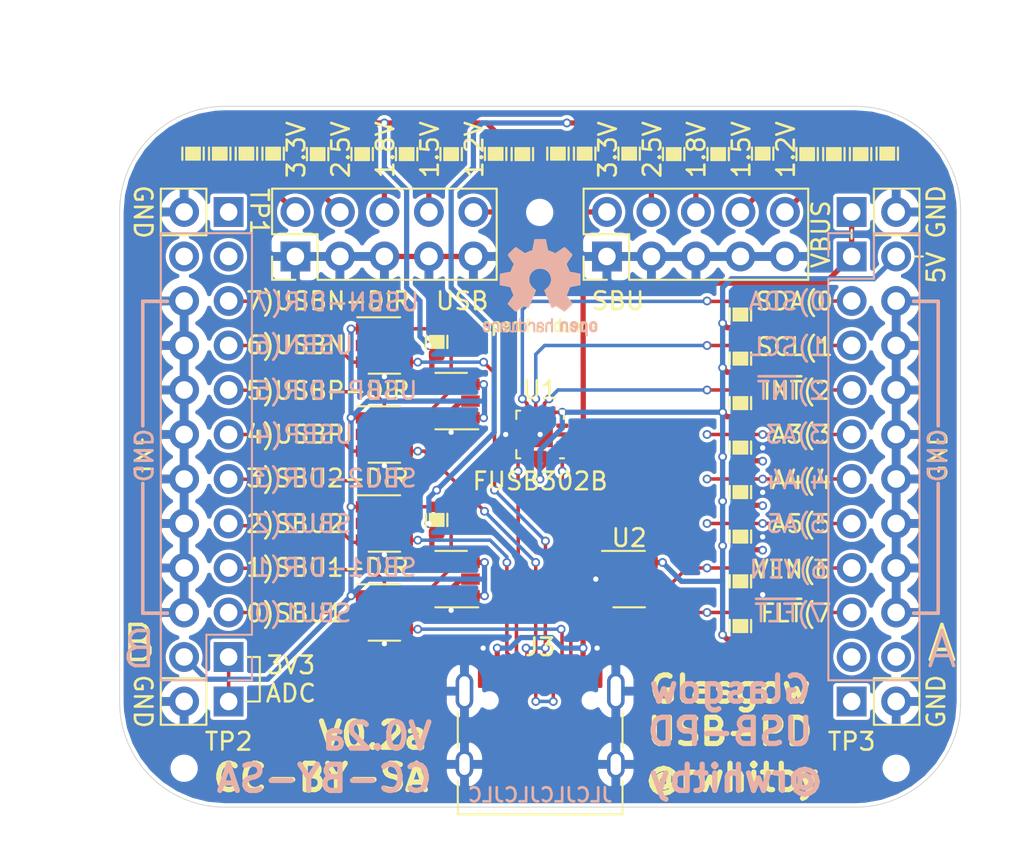
<source format=kicad_pcb>
(kicad_pcb (version 20171130) (host pcbnew "(5.1.9-14-g7af6cc355d)")
  (title_block (title "Glasgow, USB-PD adapter") (rev V0.2a) (company "License: CC-BY-SA 4.0") (comment 1 "(C) 2020-2021 1BitSquared") (comment 2 "(C) 2020-2021 Piotr Esden-Tempski") (comment 3 "(C) 2021 Rod Whitby"))
  (layers (0 F.Cu signal) (31 B.Cu signal) (34 B.Paste user) (35 F.Paste user) (36 B.SilkS user) (37 F.SilkS user) (38 B.Mask user) (39 F.Mask user) (44 Edge.Cuts user))
  (net 0 "")
  (net 1 GND)
  (net 2 "Net-(J1-Pad20)")
  (net 3 "Net-(J1-Pad19)")
  (net 4 /BS)
  (net 5 "Net-(J2-Pad20)")
  (net 6 "Net-(J2-Pad19)")
  (net 7 /CC2)
  (net 8 /CC1)
  (net 9 /SDA)
  (net 10 /SCL)
  (net 11 /INT_N)
  (net 12 /VBUS)
  (net 13 /SBU2)
  (net 14 /SBU1)
  (net 15 +5V)
  (net 16 +3V3)
  (net 17 /SBU2_3V3)
  (net 18 /SBU1_3V3)
  (net 19 /SBU2_DIR)
  (net 20 /SBU1_DIR)
  (net 21 /USBN_3V3)
  (net 22 /USBN_DIR)
  (net 23 /USBP_3V3)
  (net 24 /USBP_DIR)
  (net 25 /USBN)
  (net 26 /USBP)
  (net 27 /VIO_USB)
  (net 28 /VIO_SBU)
  (net 29 /1V2_USB)
  (net 30 /1V5_USB)
  (net 31 /1V8_USB)
  (net 32 /2V5_USB)
  (net 33 /1V2_SBU)
  (net 34 /1V5_SBU)
  (net 35 /1V8_SBU)
  (net 36 /2V5_SBU)
  (net 37 "Net-(R11-Pad1)")
  (net 38 /3V3_USB)
  (net 39 /3V3_SBU)
  (net 40 /FLT_N)
  (net 41 /VEN)
  (net 42 /A5)
  (net 43 /A4)
  (net 44 /A3)
  (net 45 "Net-(R23-Pad2)")
  (net 46 "Net-(R13-Pad1)")
  (net 47 "Net-(R15-Pad1)")
  (net 48 "Net-(R17-Pad1)")
  (net 49 "Net-(R21-Pad2)")
  (net 50 /ADJ_USB)
  (net 51 /ADJ_SBU)
  (net 52 "Net-(R25-Pad2)")
  (net 53 "Net-(R27-Pad2)")
  (net 54 "Net-(R29-Pad2)")
  (net 55 "Net-(R19-Pad1)")
  (net 56 "Net-(R4-Pad1)")
  (net 57 "Net-(R5-Pad1)")
  (net 58 "Net-(R6-Pad1)")
  (net 59 "Net-(J7-Pad1)")
  (net 60 "Net-(J9-Pad1)")
  (module Connector_PinHeader_2.54mm:PinHeader_1x02_P2.54mm_Vertical (layer F.Cu) (at 73.66 38.1 90)
    (fp_text reference J6)
    (fp_text value EXT)
    (pad 2 thru_hole oval (at 0 2.54 90) (size 1.7 1.7) (drill 1) (layers *.Cu *.Mask) (net 1 GND))
    (pad 1 thru_hole rect (at 0 0 90) (size 1.7 1.7) (drill 1) (layers *.Cu *.Mask) (net 12 /VBUS))
  )
  (module Fiducial:Fiducial_1mm_Mask2mm (layer F.Cu) (at 77.724 35.052)
    (fp_text reference FID2 hide)
    (fp_text value Fiducial)
    (pad "" smd circle (at 0 0) (size 1 1) (layers F.Cu F.Mask) (clearance 0.5))
  )
  (module Fiducial:Fiducial_1mm_Mask2mm (layer F.Cu) (at 34.036 35.052)
    (fp_text reference FID1 hide)
    (fp_text value Fiducial)
    (pad "" smd circle (at 0 0) (size 1 1) (layers F.Cu F.Mask) (clearance 0.5))
  )
  (module Symbol:OSHW-Logo2_7.3x6mm_SilkScreen (layer B.Cu) (at 55.88 42.418 180)
    (fp_text reference LOGO2 hide)
    (fp_text value Logo_Open_Hardware_Small hide)
  )
  (module Symbol:OSHW-Logo2_7.3x6mm_SilkScreen (layer F.Cu) (at 55.88 42.418)
    (fp_text reference LOGO1 hide)
    (fp_text value Logo_Open_Hardware_Small hide)
  )
  (module pkl_dipol:R_0603 (layer F.Cu) (at 67.31 59.182 90)
    (fp_text reference R7)
    (fp_text value 1K)
    (pad 2 smd roundrect (at 0.75 0 90) (size 0.6 0.9) (layers F.Cu F.Paste F.Mask) (net 41 /VEN))
    (pad 1 smd roundrect (at -0.75 0 90) (size 0.6 0.9) (layers F.Cu F.Paste F.Mask) (net 1 GND))
  )
  (module Connector_PinHeader_2.54mm:PinHeader_1x02_P2.54mm_Vertical (layer F.Cu) (at 73.66 66.04 90)
    (fp_text reference J9)
    (fp_text value TP3)
    (pad 2 thru_hole oval (at 0 2.54 90) (size 1.7 1.7) (drill 1) (layers *.Cu *.Mask) (net 1 GND))
    (pad 1 thru_hole rect (at 0 0 90) (size 1.7 1.7) (drill 1) (layers *.Cu *.Mask) (net 60 "Net-(J9-Pad1)"))
  )
  (module Connector_PinHeader_2.54mm:PinHeader_1x02_P2.54mm_Vertical (layer F.Cu) (at 38.1 66.04 270)
    (fp_text reference J8)
    (fp_text value TP2)
    (pad 2 thru_hole oval (at 0 2.54 270) (size 1.7 1.7) (drill 1) (layers *.Cu *.Mask) (net 1 GND))
    (pad 1 thru_hole rect (at 0 0 270) (size 1.7 1.7) (drill 1) (layers *.Cu *.Mask) (net 4 /BS))
  )
  (module Connector_PinHeader_2.54mm:PinHeader_1x02_P2.54mm_Vertical (layer F.Cu) (at 38.1 38.1 270)
    (fp_text reference J7)
    (fp_text value TP1)
    (pad 2 thru_hole oval (at 0 2.54 270) (size 1.7 1.7) (drill 1) (layers *.Cu *.Mask) (net 1 GND))
    (pad 1 thru_hole rect (at 0 0 270) (size 1.7 1.7) (drill 1) (layers *.Cu *.Mask) (net 59 "Net-(J7-Pad1)"))
  )
  (module pkl_pads:ToolingHole (layer F.Cu) (at 53.8546 36.1254)
    (fp_text reference TH3)
    (fp_text value Mounting_Hole)
    (pad "" np_thru_hole circle (at 2 2) (size 1.152 1.152) (drill 1.152) (layers *.Cu *.Mask))
  )
  (module pkl_pads:ToolingHole (layer F.Cu) (at 74.2 67.85)
    (fp_text reference TH2)
    (fp_text value Mounting_Hole)
    (pad "" np_thru_hole circle (at 2 2) (size 1.152 1.152) (drill 1.152) (layers *.Cu *.Mask))
  )
  (module pkl_pads:ToolingHole (layer F.Cu) (at 33.56 67.85)
    (fp_text reference TH1)
    (fp_text value Mounting_Hole)
    (pad "" np_thru_hole circle (at 2 2) (size 1.152 1.152) (drill 1.152) (layers *.Cu *.Mask))
  )
  (module pkl_dipol:R_0603 (layer F.Cu) (at 58.42 34.7725 90)
    (fp_text reference R22)
    (fp_text value 1K2)
    (pad 2 smd roundrect (at 0.75 0 90) (size 0.6 0.9) (layers F.Cu F.Paste F.Mask) (net 51 /ADJ_SBU))
    (pad 1 smd roundrect (at -0.75 0 90) (size 0.6 0.9) (layers F.Cu F.Paste F.Mask) (net 49 "Net-(R21-Pad2)"))
  )
  (module pkl_dipol:R_0603 (layer F.Cu) (at 56.896 34.7725 90)
    (fp_text reference R21)
    (fp_text value 2K0)
    (pad 2 smd roundrect (at 0.75 0 90) (size 0.6 0.9) (layers F.Cu F.Paste F.Mask) (net 49 "Net-(R21-Pad2)"))
    (pad 1 smd roundrect (at -0.75 0 90) (size 0.6 0.9) (layers F.Cu F.Paste F.Mask) (net 39 /3V3_SBU))
  )
  (module pkl_dipol:R_0603 (layer F.Cu) (at 36.068 34.7725 90)
    (fp_text reference R11)
    (fp_text value 1K2)
    (pad 2 smd roundrect (at 0.75 0 90) (size 0.6 0.9) (layers F.Cu F.Paste F.Mask) (net 50 /ADJ_USB))
    (pad 1 smd roundrect (at -0.75 0 90) (size 0.6 0.9) (layers F.Cu F.Paste F.Mask) (net 37 "Net-(R11-Pad1)"))
  )
  (module pkl_dipol:R_0603 (layer F.Cu) (at 75.692 34.7725 90)
    (fp_text reference R30)
    (fp_text value 0R)
    (pad 2 smd roundrect (at 0.75 0 90) (size 0.6 0.9) (layers F.Cu F.Paste F.Mask) (net 51 /ADJ_SBU))
    (pad 1 smd roundrect (at -0.75 0 90) (size 0.6 0.9) (layers F.Cu F.Paste F.Mask) (net 54 "Net-(R29-Pad2)"))
  )
  (module pkl_dipol:R_0603 (layer F.Cu) (at 53.34 34.786 90)
    (fp_text reference R19)
    (fp_text value 0R)
    (pad 2 smd roundrect (at 0.75 0 90) (size 0.6 0.9) (layers F.Cu F.Paste F.Mask) (net 50 /ADJ_USB))
    (pad 1 smd roundrect (at -0.75 0 90) (size 0.6 0.9) (layers F.Cu F.Paste F.Mask) (net 55 "Net-(R19-Pad1)"))
  )
  (module pkl_dipol:R_0603 (layer F.Cu) (at 72.644 34.798 90)
    (fp_text reference R28)
    (fp_text value 1K5)
    (pad 2 smd roundrect (at 0.75 0 90) (size 0.6 0.9) (layers F.Cu F.Paste F.Mask) (net 51 /ADJ_SBU))
    (pad 1 smd roundrect (at -0.75 0 90) (size 0.6 0.9) (layers F.Cu F.Paste F.Mask) (net 53 "Net-(R27-Pad2)"))
  )
  (module pkl_dipol:R_0603 (layer F.Cu) (at 48.26 34.798 90)
    (fp_text reference R17)
    (fp_text value 1K5)
    (pad 2 smd roundrect (at 0.75 0 90) (size 0.6 0.9) (layers F.Cu F.Paste F.Mask) (net 50 /ADJ_USB))
    (pad 1 smd roundrect (at -0.75 0 90) (size 0.6 0.9) (layers F.Cu F.Paste F.Mask) (net 48 "Net-(R17-Pad1)"))
  )
  (module pkl_dipol:R_0603 (layer F.Cu) (at 63.5 34.798 90)
    (fp_text reference R24)
    (fp_text value 0R)
    (pad 2 smd roundrect (at 0.75 0 90) (size 0.6 0.9) (layers F.Cu F.Paste F.Mask) (net 51 /ADJ_SBU))
    (pad 1 smd roundrect (at -0.75 0 90) (size 0.6 0.9) (layers F.Cu F.Paste F.Mask) (net 45 "Net-(R23-Pad2)"))
  )
  (module pkl_dipol:R_0603 (layer F.Cu) (at 39.116 34.7725 90)
    (fp_text reference R13)
    (fp_text value 0R)
    (pad 2 smd roundrect (at 0.75 0 90) (size 0.6 0.9) (layers F.Cu F.Paste F.Mask) (net 50 /ADJ_USB))
    (pad 1 smd roundrect (at -0.75 0 90) (size 0.6 0.9) (layers F.Cu F.Paste F.Mask) (net 46 "Net-(R13-Pad1)"))
  )
  (module pkl_dipol:R_0603 (layer F.Cu) (at 67.31 56.63 90)
    (fp_text reference R6)
    (fp_text value 2K2)
    (pad 2 smd roundrect (at 0.75 0 90) (size 0.6 0.9) (layers F.Cu F.Paste F.Mask) (net 42 /A5))
    (pad 1 smd roundrect (at -0.75 0 90) (size 0.6 0.9) (layers F.Cu F.Paste F.Mask) (net 58 "Net-(R6-Pad1)"))
  )
  (module pkl_dipol:R_0603 (layer F.Cu) (at 67.31 54.09 90)
    (fp_text reference R5)
    (fp_text value 2K2)
    (pad 2 smd roundrect (at 0.75 0 90) (size 0.6 0.9) (layers F.Cu F.Paste F.Mask) (net 43 /A4))
    (pad 1 smd roundrect (at -0.75 0 90) (size 0.6 0.9) (layers F.Cu F.Paste F.Mask) (net 57 "Net-(R5-Pad1)"))
  )
  (module pkl_dipol:R_0603 (layer F.Cu) (at 67.31 51.55 90)
    (fp_text reference R4)
    (fp_text value 2K2)
    (pad 2 smd roundrect (at 0.75 0 90) (size 0.6 0.9) (layers F.Cu F.Paste F.Mask) (net 44 /A3))
    (pad 1 smd roundrect (at -0.75 0 90) (size 0.6 0.9) (layers F.Cu F.Paste F.Mask) (net 56 "Net-(R4-Pad1)"))
  )
  (module Package_TO_SOT_SMD:SOT-23-6 (layer F.Cu) (at 46.99 60.96)
    (fp_text reference U6)
    (fp_text value SN74AVC1T45DBVR)
    (pad 5 smd rect (at 1.1 0) (size 1.06 0.65) (layers F.Cu F.Paste F.Mask) (net 20 /SBU1_DIR))
    (pad 6 smd rect (at 1.1 -0.95) (size 1.06 0.65) (layers F.Cu F.Paste F.Mask) (net 28 /VIO_SBU))
    (pad 4 smd rect (at 1.1 0.95) (size 1.06 0.65) (layers F.Cu F.Paste F.Mask) (net 14 /SBU1))
    (pad 3 smd rect (at -1.1 0.95) (size 1.06 0.65) (layers F.Cu F.Paste F.Mask) (net 18 /SBU1_3V3))
    (pad 2 smd rect (at -1.1 0) (size 1.06 0.65) (layers F.Cu F.Paste F.Mask) (net 1 GND))
    (pad 1 smd rect (at -1.1 -0.95) (size 1.06 0.65) (layers F.Cu F.Paste F.Mask) (net 16 +3V3))
  )
  (module Package_TO_SOT_SMD:SOT-23-6 (layer F.Cu) (at 46.99 50.8)
    (fp_text reference U5)
    (fp_text value SN74AVC1T45DBVR)
    (pad 5 smd rect (at 1.1 0) (size 1.06 0.65) (layers F.Cu F.Paste F.Mask) (net 24 /USBP_DIR))
    (pad 6 smd rect (at 1.1 -0.95) (size 1.06 0.65) (layers F.Cu F.Paste F.Mask) (net 27 /VIO_USB))
    (pad 4 smd rect (at 1.1 0.95) (size 1.06 0.65) (layers F.Cu F.Paste F.Mask) (net 26 /USBP))
    (pad 3 smd rect (at -1.1 0.95) (size 1.06 0.65) (layers F.Cu F.Paste F.Mask) (net 23 /USBP_3V3))
    (pad 2 smd rect (at -1.1 0) (size 1.06 0.65) (layers F.Cu F.Paste F.Mask) (net 1 GND))
    (pad 1 smd rect (at -1.1 -0.95) (size 1.06 0.65) (layers F.Cu F.Paste F.Mask) (net 16 +3V3))
  )
  (module Package_TO_SOT_SMD:SOT-23-6 (layer F.Cu) (at 46.99 55.88)
    (fp_text reference U4)
    (fp_text value SN74AVC1T45DBVR)
    (pad 5 smd rect (at 1.1 0) (size 1.06 0.65) (layers F.Cu F.Paste F.Mask) (net 19 /SBU2_DIR))
    (pad 6 smd rect (at 1.1 -0.95) (size 1.06 0.65) (layers F.Cu F.Paste F.Mask) (net 28 /VIO_SBU))
    (pad 4 smd rect (at 1.1 0.95) (size 1.06 0.65) (layers F.Cu F.Paste F.Mask) (net 13 /SBU2))
    (pad 3 smd rect (at -1.1 0.95) (size 1.06 0.65) (layers F.Cu F.Paste F.Mask) (net 17 /SBU2_3V3))
    (pad 2 smd rect (at -1.1 0) (size 1.06 0.65) (layers F.Cu F.Paste F.Mask) (net 1 GND))
    (pad 1 smd rect (at -1.1 -0.95) (size 1.06 0.65) (layers F.Cu F.Paste F.Mask) (net 16 +3V3))
  )
  (module Package_TO_SOT_SMD:SOT-23-6 (layer F.Cu) (at 46.99 45.72)
    (fp_text reference U3)
    (fp_text value SN74AVC1T45DBVR)
    (pad 5 smd rect (at 1.1 0) (size 1.06 0.65) (layers F.Cu F.Paste F.Mask) (net 22 /USBN_DIR))
    (pad 6 smd rect (at 1.1 -0.95) (size 1.06 0.65) (layers F.Cu F.Paste F.Mask) (net 27 /VIO_USB))
    (pad 4 smd rect (at 1.1 0.95) (size 1.06 0.65) (layers F.Cu F.Paste F.Mask) (net 25 /USBN))
    (pad 3 smd rect (at -1.1 0.95) (size 1.06 0.65) (layers F.Cu F.Paste F.Mask) (net 21 /USBN_3V3))
    (pad 2 smd rect (at -1.1 0) (size 1.06 0.65) (layers F.Cu F.Paste F.Mask) (net 1 GND))
    (pad 1 smd rect (at -1.1 -0.95) (size 1.06 0.65) (layers F.Cu F.Paste F.Mask) (net 16 +3V3))
  )
  (module pkl_dipol:R_0603 (layer F.Cu) (at 67.31 49.01 90)
    (fp_text reference R3)
    (fp_text value 2K2)
    (pad 2 smd roundrect (at 0.75 0 90) (size 0.6 0.9) (layers F.Cu F.Paste F.Mask) (net 11 /INT_N))
    (pad 1 smd roundrect (at -0.75 0 90) (size 0.6 0.9) (layers F.Cu F.Paste F.Mask) (net 15 +5V))
  )
  (module pkl_dipol:R_0603 (layer F.Cu) (at 67.31 46.47 90)
    (fp_text reference R2)
    (fp_text value 2K2)
    (pad 2 smd roundrect (at 0.75 0 90) (size 0.6 0.9) (layers F.Cu F.Paste F.Mask) (net 10 /SCL))
    (pad 1 smd roundrect (at -0.75 0 90) (size 0.6 0.9) (layers F.Cu F.Paste F.Mask) (net 15 +5V))
  )
  (module pkl_dipol:R_0603 (layer F.Cu) (at 74.168 34.798 90)
    (fp_text reference R29)
    (fp_text value 20K)
    (pad 2 smd roundrect (at 0.75 0 90) (size 0.6 0.9) (layers F.Cu F.Paste F.Mask) (net 54 "Net-(R29-Pad2)"))
    (pad 1 smd roundrect (at -0.75 0 90) (size 0.6 0.9) (layers F.Cu F.Paste F.Mask) (net 33 /1V2_SBU))
  )
  (module pkl_dipol:R_0603 (layer F.Cu) (at 54.864 34.798 90)
    (fp_text reference R20)
    (fp_text value 20K)
    (pad 2 smd roundrect (at 0.75 0 90) (size 0.6 0.9) (layers F.Cu F.Paste F.Mask) (net 55 "Net-(R19-Pad1)"))
    (pad 1 smd roundrect (at -0.75 0 90) (size 0.6 0.9) (layers F.Cu F.Paste F.Mask) (net 29 /1V2_USB))
  )
  (module pkl_dipol:R_0603 (layer F.Cu) (at 71.12 34.798 90)
    (fp_text reference R27)
    (fp_text value 10K)
    (pad 2 smd roundrect (at 0.75 0 90) (size 0.6 0.9) (layers F.Cu F.Paste F.Mask) (net 53 "Net-(R27-Pad2)"))
    (pad 1 smd roundrect (at -0.75 0 90) (size 0.6 0.9) (layers F.Cu F.Paste F.Mask) (net 34 /1V5_SBU))
  )
  (module pkl_dipol:R_0603 (layer F.Cu) (at 50.8 34.798 90)
    (fp_text reference R18)
    (fp_text value 10K)
    (pad 2 smd roundrect (at 0.75 0 90) (size 0.6 0.9) (layers F.Cu F.Paste F.Mask) (net 48 "Net-(R17-Pad1)"))
    (pad 1 smd roundrect (at -0.75 0 90) (size 0.6 0.9) (layers F.Cu F.Paste F.Mask) (net 30 /1V5_USB))
  )
  (module pkl_dipol:R_0603 (layer F.Cu) (at 66.04 34.798 90)
    (fp_text reference R25)
    (fp_text value 6K8)
    (pad 2 smd roundrect (at 0.75 0 90) (size 0.6 0.9) (layers F.Cu F.Paste F.Mask) (net 52 "Net-(R25-Pad2)"))
    (pad 1 smd roundrect (at -0.75 0 90) (size 0.6 0.9) (layers F.Cu F.Paste F.Mask) (net 35 /1V8_SBU))
  )
  (module pkl_dipol:R_0603 (layer F.Cu) (at 68.58 34.7725 90)
    (fp_text reference R26)
    (fp_text value 1K2)
    (pad 2 smd roundrect (at 0.75 0 90) (size 0.6 0.9) (layers F.Cu F.Paste F.Mask) (net 51 /ADJ_SBU))
    (pad 1 smd roundrect (at -0.75 0 90) (size 0.6 0.9) (layers F.Cu F.Paste F.Mask) (net 52 "Net-(R25-Pad2)"))
  )
  (module pkl_dipol:R_0603 (layer F.Cu) (at 45.72 34.798 90)
    (fp_text reference R16)
    (fp_text value 6K8)
    (pad 2 smd roundrect (at 0.75 0 90) (size 0.6 0.9) (layers F.Cu F.Paste F.Mask) (net 47 "Net-(R15-Pad1)"))
    (pad 1 smd roundrect (at -0.75 0 90) (size 0.6 0.9) (layers F.Cu F.Paste F.Mask) (net 31 /1V8_USB))
  )
  (module pkl_dipol:R_0603 (layer F.Cu) (at 43.18 34.798 90)
    (fp_text reference R15)
    (fp_text value 1K2)
    (pad 2 smd roundrect (at 0.75 0 90) (size 0.6 0.9) (layers F.Cu F.Paste F.Mask) (net 50 /ADJ_USB))
    (pad 1 smd roundrect (at -0.75 0 90) (size 0.6 0.9) (layers F.Cu F.Paste F.Mask) (net 47 "Net-(R15-Pad1)"))
  )
  (module pkl_dipol:R_0603 (layer F.Cu) (at 60.96 34.7725 90)
    (fp_text reference R23)
    (fp_text value 4K7)
    (pad 2 smd roundrect (at 0.75 0 90) (size 0.6 0.9) (layers F.Cu F.Paste F.Mask) (net 45 "Net-(R23-Pad2)"))
    (pad 1 smd roundrect (at -0.75 0 90) (size 0.6 0.9) (layers F.Cu F.Paste F.Mask) (net 36 /2V5_SBU))
  )
  (module pkl_dipol:R_0603 (layer F.Cu) (at 40.64 34.7725 90)
    (fp_text reference R14)
    (fp_text value 4K7)
    (pad 2 smd roundrect (at 0.75 0 90) (size 0.6 0.9) (layers F.Cu F.Paste F.Mask) (net 46 "Net-(R13-Pad1)"))
    (pad 1 smd roundrect (at -0.75 0 90) (size 0.6 0.9) (layers F.Cu F.Paste F.Mask) (net 32 /2V5_USB))
  )
  (module pkl_dipol:R_0603 (layer F.Cu) (at 37.592 34.7725 90)
    (fp_text reference R12)
    (fp_text value 2K0)
    (pad 2 smd roundrect (at 0.75 0 90) (size 0.6 0.9) (layers F.Cu F.Paste F.Mask) (net 37 "Net-(R11-Pad1)"))
    (pad 1 smd roundrect (at -0.75 0 90) (size 0.6 0.9) (layers F.Cu F.Paste F.Mask) (net 38 /3V3_USB))
  )
  (module pkl_dipol:R_0603 (layer F.Cu) (at 49.9745 55.6775 90)
    (fp_text reference R10)
    (fp_text value 10k)
    (pad 2 smd roundrect (at 0.75 0 90) (size 0.6 0.9) (layers F.Cu F.Paste F.Mask) (net 28 /VIO_SBU))
    (pad 1 smd roundrect (at -0.75 0 90) (size 0.6 0.9) (layers F.Cu F.Paste F.Mask) (net 51 /ADJ_SBU))
  )
  (module pkl_dipol:R_0603 (layer F.Cu) (at 49.9745 45.5175 90)
    (fp_text reference R9)
    (fp_text value 10k)
    (pad 2 smd roundrect (at 0.75 0 90) (size 0.6 0.9) (layers F.Cu F.Paste F.Mask) (net 27 /VIO_USB))
    (pad 1 smd roundrect (at -0.75 0 90) (size 0.6 0.9) (layers F.Cu F.Paste F.Mask) (net 50 /ADJ_USB))
  )
  (module Connector_PinHeader_2.54mm:PinHeader_2x05_P2.54mm_Vertical (layer F.Cu) (at 41.91 40.64 90)
    (fp_text reference J4 hide)
    (fp_text value Conn_02x05_Odd_Even)
    (pad 10 thru_hole oval (at 2.54 10.16 90) (size 1.7 1.7) (drill 1) (layers *.Cu *.Mask) (net 29 /1V2_USB))
    (pad 9 thru_hole oval (at 0 10.16 90) (size 1.7 1.7) (drill 1) (layers *.Cu *.Mask) (net 1 GND))
    (pad 8 thru_hole oval (at 2.54 7.62 90) (size 1.7 1.7) (drill 1) (layers *.Cu *.Mask) (net 30 /1V5_USB))
    (pad 7 thru_hole oval (at 0 7.62 90) (size 1.7 1.7) (drill 1) (layers *.Cu *.Mask) (net 1 GND))
    (pad 6 thru_hole oval (at 2.54 5.08 90) (size 1.7 1.7) (drill 1) (layers *.Cu *.Mask) (net 31 /1V8_USB))
    (pad 5 thru_hole oval (at 0 5.08 90) (size 1.7 1.7) (drill 1) (layers *.Cu *.Mask) (net 1 GND))
    (pad 4 thru_hole oval (at 2.54 2.54 90) (size 1.7 1.7) (drill 1) (layers *.Cu *.Mask) (net 32 /2V5_USB))
    (pad 3 thru_hole oval (at 0 2.54 90) (size 1.7 1.7) (drill 1) (layers *.Cu *.Mask) (net 1 GND))
    (pad 2 thru_hole oval (at 2.54 0 90) (size 1.7 1.7) (drill 1) (layers *.Cu *.Mask) (net 38 /3V3_USB))
    (pad 1 thru_hole rect (at 0 0 90) (size 1.7 1.7) (drill 1) (layers *.Cu *.Mask) (net 1 GND))
  )
  (module Package_TO_SOT_SMD:SOT-23-5 (layer F.Cu) (at 50.8 59.055 180)
    (fp_text reference U8)
    (fp_text value AP2127K-ADJ)
    (pad 5 smd rect (at 1.1 -0.95 180) (size 1.06 0.65) (layers F.Cu F.Paste F.Mask) (net 28 /VIO_SBU))
    (pad 4 smd rect (at 1.1 0.95 180) (size 1.06 0.65) (layers F.Cu F.Paste F.Mask) (net 51 /ADJ_SBU))
    (pad 3 smd rect (at -1.1 0.95 180) (size 1.06 0.65) (layers F.Cu F.Paste F.Mask) (net 16 +3V3))
    (pad 2 smd rect (at -1.1 0 180) (size 1.06 0.65) (layers F.Cu F.Paste F.Mask) (net 1 GND))
    (pad 1 smd rect (at -1.1 -0.95 180) (size 1.06 0.65) (layers F.Cu F.Paste F.Mask) (net 16 +3V3))
  )
  (module Package_TO_SOT_SMD:SOT-23-5 (layer F.Cu) (at 50.8 48.895 180)
    (fp_text reference U7)
    (fp_text value AP2127K-ADJ)
    (pad 5 smd rect (at 1.1 -0.95 180) (size 1.06 0.65) (layers F.Cu F.Paste F.Mask) (net 27 /VIO_USB))
    (pad 4 smd rect (at 1.1 0.95 180) (size 1.06 0.65) (layers F.Cu F.Paste F.Mask) (net 50 /ADJ_USB))
    (pad 3 smd rect (at -1.1 0.95 180) (size 1.06 0.65) (layers F.Cu F.Paste F.Mask) (net 16 +3V3))
    (pad 2 smd rect (at -1.1 0 180) (size 1.06 0.65) (layers F.Cu F.Paste F.Mask) (net 1 GND))
    (pad 1 smd rect (at -1.1 -0.95 180) (size 1.06 0.65) (layers F.Cu F.Paste F.Mask) (net 16 +3V3))
  )
  (module Connector_PinHeader_2.54mm:PinHeader_2x05_P2.54mm_Vertical (layer F.Cu) (at 59.69 40.64 90)
    (fp_text reference J5 hide)
    (fp_text value Conn_02x05_Odd_Even)
    (pad 10 thru_hole oval (at 2.54 10.16 90) (size 1.7 1.7) (drill 1) (layers *.Cu *.Mask) (net 33 /1V2_SBU))
    (pad 9 thru_hole oval (at 0 10.16 90) (size 1.7 1.7) (drill 1) (layers *.Cu *.Mask) (net 1 GND))
    (pad 8 thru_hole oval (at 2.54 7.62 90) (size 1.7 1.7) (drill 1) (layers *.Cu *.Mask) (net 34 /1V5_SBU))
    (pad 7 thru_hole oval (at 0 7.62 90) (size 1.7 1.7) (drill 1) (layers *.Cu *.Mask) (net 1 GND))
    (pad 6 thru_hole oval (at 2.54 5.08 90) (size 1.7 1.7) (drill 1) (layers *.Cu *.Mask) (net 35 /1V8_SBU))
    (pad 5 thru_hole oval (at 0 5.08 90) (size 1.7 1.7) (drill 1) (layers *.Cu *.Mask) (net 1 GND))
    (pad 4 thru_hole oval (at 2.54 2.54 90) (size 1.7 1.7) (drill 1) (layers *.Cu *.Mask) (net 36 /2V5_SBU))
    (pad 3 thru_hole oval (at 0 2.54 90) (size 1.7 1.7) (drill 1) (layers *.Cu *.Mask) (net 1 GND))
    (pad 2 thru_hole oval (at 2.54 0 90) (size 1.7 1.7) (drill 1) (layers *.Cu *.Mask) (net 39 /3V3_SBU))
    (pad 1 thru_hole rect (at 0 0 90) (size 1.7 1.7) (drill 1) (layers *.Cu *.Mask) (net 1 GND))
  )
  (module pkl_dipol:R_0603 (layer F.Cu) (at 67.31 61.734 270)
    (fp_text reference R8)
    (fp_text value 1K)
    (pad 2 smd roundrect (at 0.75 0 270) (size 0.6 0.9) (layers F.Cu F.Paste F.Mask) (net 15 +5V))
    (pad 1 smd roundrect (at -0.75 0 270) (size 0.6 0.9) (layers F.Cu F.Paste F.Mask) (net 40 /FLT_N))
  )
  (module Package_TO_SOT_SMD:SOT-23-5 (layer F.Cu) (at 60.96 59.055)
    (fp_text reference U2 (at 0 -2.352) (layer F.SilkS))
    (fp_text value AP2171W)
    (pad 5 smd rect (at 1.1 -0.95) (size 1.06 0.65) (layers F.Cu F.Paste F.Mask) (net 15 +5V))
    (pad 4 smd rect (at 1.1 0.95) (size 1.06 0.65) (layers F.Cu F.Paste F.Mask) (net 41 /VEN))
    (pad 3 smd rect (at -1.1 0.95) (size 1.06 0.65) (layers F.Cu F.Paste F.Mask) (net 40 /FLT_N))
    (pad 2 smd rect (at -1.1 0) (size 1.06 0.65) (layers F.Cu F.Paste F.Mask) (net 1 GND))
    (pad 1 smd rect (at -1.1 -0.95) (size 1.06 0.65) (layers F.Cu F.Paste F.Mask) (net 12 /VBUS))
  )
  (module pkl_dipol:R_0603 (layer F.Cu) (at 67.31 43.954 90)
    (fp_text reference R1)
    (fp_text value 2K2)
    (pad 2 smd roundrect (at 0.75 0 90) (size 0.6 0.9) (layers F.Cu F.Paste F.Mask) (net 9 /SDA))
    (pad 1 smd roundrect (at -0.75 0 90) (size 0.6 0.9) (layers F.Cu F.Paste F.Mask) (net 15 +5V))
  )
  (module pkl_connectors:USB_C_Receptacle_HRO_TYPE-C-31-M-12 (layer F.Cu) (at 55.88 68.58)
    (fp_text reference J3 (at 0 -5.645) (layer F.SilkS))
    (fp_text value USB_TYPE_C)
    (pad B1 smd roundrect (at 3.25 -4.045) (size 0.6 1.45) (layers F.Cu F.Paste F.Mask) (roundrect_rratio 0.125) (net 1 GND))
    (pad A9 smd roundrect (at 2.45 -4.045) (size 0.6 1.45) (layers F.Cu F.Paste F.Mask) (roundrect_rratio 0.125) (net 12 /VBUS))
    (pad B9 smd roundrect (at -2.45 -4.045) (size 0.6 1.45) (layers F.Cu F.Paste F.Mask) (roundrect_rratio 0.125) (net 12 /VBUS))
    (pad B12 smd roundrect (at -3.25 -4.045) (size 0.6 1.45) (layers F.Cu F.Paste F.Mask) (roundrect_rratio 0.125) (net 1 GND))
    (pad A1 smd roundrect (at -3.25 -4.045) (size 0.6 1.45) (layers F.Cu F.Paste F.Mask) (roundrect_rratio 0.125) (net 1 GND))
    (pad A4 smd roundrect (at -2.45 -4.045) (size 0.6 1.45) (layers F.Cu F.Paste F.Mask) (roundrect_rratio 0.125) (net 12 /VBUS))
    (pad B4 smd roundrect (at 2.45 -4.045) (size 0.6 1.45) (layers F.Cu F.Paste F.Mask) (roundrect_rratio 0.125) (net 12 /VBUS))
    (pad A12 smd roundrect (at 3.25 -4.045) (size 0.6 1.45) (layers F.Cu F.Paste F.Mask) (roundrect_rratio 0.125) (net 1 GND))
    (pad B8 smd roundrect (at -1.75 -4.045) (size 0.3 1.45) (layers F.Cu F.Paste F.Mask) (net 13 /SBU2))
    (pad A5 smd roundrect (at -1.25 -4.045) (size 0.3 1.45) (layers F.Cu F.Paste F.Mask) (net 8 /CC1))
    (pad B7 smd roundrect (at -0.75 -4.045) (size 0.3 1.45) (layers F.Cu F.Paste F.Mask) (net 25 /USBN))
    (pad A7 smd roundrect (at 0.25 -4.045) (size 0.3 1.45) (layers F.Cu F.Paste F.Mask) (net 25 /USBN))
    (pad B6 smd roundrect (at 0.75 -4.045) (size 0.3 1.45) (layers F.Cu F.Paste F.Mask) (net 26 /USBP))
    (pad A8 smd roundrect (at 1.25 -4.045) (size 0.3 1.45) (layers F.Cu F.Paste F.Mask) (net 14 /SBU1))
    (pad B5 smd roundrect (at 1.75 -4.045) (size 0.3 1.45) (layers F.Cu F.Paste F.Mask) (net 7 /CC2))
    (pad A6 smd roundrect (at -0.25 -4.045) (size 0.3 1.45) (layers F.Cu F.Paste F.Mask) (net 26 /USBP))
    (pad S1 thru_hole oval (at 4.32 -3.13) (size 1 2.1) (drill oval 0.6 1.7) (layers *.Cu *.Mask F.Paste) (net 1 GND))
    (pad S1 thru_hole oval (at -4.32 -3.13) (size 1 2.1) (drill oval 0.6 1.7) (layers *.Cu *.Mask F.Paste) (net 1 GND))
    (pad "" np_thru_hole circle (at -2.89 -2.6) (size 0.65 0.65) (drill 0.65) (layers *.Cu *.Mask))
    (pad S1 thru_hole oval (at -4.32 1.05) (size 1 1.6) (drill oval 0.6 1.2) (layers *.Cu *.Mask F.Paste) (net 1 GND))
    (pad "" np_thru_hole circle (at 2.89 -2.6) (size 0.65 0.65) (drill 0.65) (layers *.Cu *.Mask))
    (pad S1 thru_hole oval (at 4.32 1.05) (size 1 1.6) (drill oval 0.6 1.2) (layers *.Cu *.Mask F.Paste) (net 1 GND))
  )
  (module Package_DFN_QFN:WQFN-14-1EP_2.5x2.5mm_P0.5mm_EP1.45x1.45mm (layer F.Cu) (at 55.88 50.8 180)
    (fp_text reference U1 (at 0 2.54) (layer F.SilkS))
    (fp_text value FUSB302B (at 0 -2.667) (layer F.SilkS))
    (pad 15 smd rect (at 0 0 180) (size 1.45 1.45) (layers F.Cu F.Mask) (net 1 GND))
    (pad 14 smd roundrect (at -0.75 -1.2625 180) (size 0.25 0.675) (layers F.Cu F.Paste F.Mask) (net 7 /CC2))
    (pad 13 smd roundrect (at -0.25 -1.2625 180) (size 0.25 0.675) (layers F.Cu F.Paste F.Mask) (net 15 +5V))
    (pad 12 smd roundrect (at 0.25 -1.2625 180) (size 0.25 0.675) (layers F.Cu F.Paste F.Mask) (net 15 +5V))
    (pad 11 smd roundrect (at 0.75 -1.2625 180) (size 0.25 0.675) (layers F.Cu F.Paste F.Mask) (net 8 /CC1))
    (pad 10 smd roundrect (at 1.2625 -0.5 180) (size 0.675 0.25) (layers F.Cu F.Paste F.Mask) (net 8 /CC1))
    (pad 9 smd roundrect (at 1.2625 0 180) (size 0.675 0.25) (layers F.Cu F.Paste F.Mask) (net 1 GND))
    (pad 8 smd roundrect (at 1.2625 0.5 180) (size 0.675 0.25) (layers F.Cu F.Paste F.Mask) (net 1 GND))
    (pad 7 smd roundrect (at 0.75 1.2625 180) (size 0.25 0.675) (layers F.Cu F.Paste F.Mask) (net 9 /SDA))
    (pad 6 smd roundrect (at 0.25 1.2625 180) (size 0.25 0.675) (layers F.Cu F.Paste F.Mask) (net 10 /SCL))
    (pad 5 smd roundrect (at -0.25 1.2625 180) (size 0.25 0.675) (layers F.Cu F.Paste F.Mask) (net 11 /INT_N))
    (pad 4 smd roundrect (at -0.75 1.2625 180) (size 0.25 0.675) (layers F.Cu F.Paste F.Mask) (net 15 +5V))
    (pad 3 smd roundrect (at -1.2625 0.5 180) (size 0.675 0.25) (layers F.Cu F.Paste F.Mask) (net 15 +5V))
    (pad 2 smd roundrect (at -1.2625 0 180) (size 0.675 0.25) (layers F.Cu F.Paste F.Mask) (net 12 /VBUS))
    (pad 1 smd roundrect (at -1.2625 -0.5 180) (size 0.675 0.25) (layers F.Cu F.Paste F.Mask) (net 7 /CC2))
  )
  (module Connector_PinSocket_2.54mm:PinSocket_2x10_P2.54mm_Vertical (layer B.Cu) (at 38.1 63.5)
    (fp_text reference J1)
    (fp_text value Conn_02x10_Odd_Even)
    (pad 20 thru_hole oval (at -2.54 -22.86) (size 1.7 1.7) (drill 1) (layers *.Cu *.Mask) (net 2 "Net-(J1-Pad20)"))
    (pad 19 thru_hole oval (at 0 -22.86) (size 1.7 1.7) (drill 1) (layers *.Cu *.Mask) (net 3 "Net-(J1-Pad19)"))
    (pad 18 thru_hole oval (at -2.54 -20.32) (size 1.7 1.7) (drill 1) (layers *.Cu *.Mask) (net 1 GND))
    (pad 17 thru_hole oval (at 0 -20.32) (size 1.7 1.7) (drill 1) (layers *.Cu *.Mask) (net 22 /USBN_DIR))
    (pad 16 thru_hole oval (at -2.54 -17.78) (size 1.7 1.7) (drill 1) (layers *.Cu *.Mask) (net 1 GND))
    (pad 15 thru_hole oval (at 0 -17.78) (size 1.7 1.7) (drill 1) (layers *.Cu *.Mask) (net 21 /USBN_3V3))
    (pad 14 thru_hole oval (at -2.54 -15.24) (size 1.7 1.7) (drill 1) (layers *.Cu *.Mask) (net 1 GND))
    (pad 13 thru_hole oval (at 0 -15.24) (size 1.7 1.7) (drill 1) (layers *.Cu *.Mask) (net 24 /USBP_DIR))
    (pad 12 thru_hole oval (at -2.54 -12.7) (size 1.7 1.7) (drill 1) (layers *.Cu *.Mask) (net 1 GND))
    (pad 11 thru_hole oval (at 0 -12.7) (size 1.7 1.7) (drill 1) (layers *.Cu *.Mask) (net 23 /USBP_3V3))
    (pad 10 thru_hole oval (at -2.54 -10.16) (size 1.7 1.7) (drill 1) (layers *.Cu *.Mask) (net 1 GND))
    (pad 9 thru_hole oval (at 0 -10.16) (size 1.7 1.7) (drill 1) (layers *.Cu *.Mask) (net 19 /SBU2_DIR))
    (pad 8 thru_hole oval (at -2.54 -7.62) (size 1.7 1.7) (drill 1) (layers *.Cu *.Mask) (net 1 GND))
    (pad 7 thru_hole oval (at 0 -7.62) (size 1.7 1.7) (drill 1) (layers *.Cu *.Mask) (net 17 /SBU2_3V3))
    (pad 6 thru_hole oval (at -2.54 -5.08) (size 1.7 1.7) (drill 1) (layers *.Cu *.Mask) (net 1 GND))
    (pad 5 thru_hole oval (at 0 -5.08) (size 1.7 1.7) (drill 1) (layers *.Cu *.Mask) (net 20 /SBU1_DIR))
    (pad 4 thru_hole oval (at -2.54 -2.54) (size 1.7 1.7) (drill 1) (layers *.Cu *.Mask) (net 1 GND))
    (pad 3 thru_hole oval (at 0 -2.54) (size 1.7 1.7) (drill 1) (layers *.Cu *.Mask) (net 18 /SBU1_3V3))
    (pad 2 thru_hole oval (at -2.54 0) (size 1.7 1.7) (drill 1) (layers *.Cu *.Mask) (net 16 +3V3))
    (pad 1 thru_hole rect (at 0 0) (size 1.7 1.7) (drill 1) (layers *.Cu *.Mask) (net 4 /BS))
  )
  (module Connector_PinSocket_2.54mm:PinSocket_2x10_P2.54mm_Vertical (layer B.Cu) (at 73.66 40.64 180)
    (fp_text reference J2)
    (fp_text value Conn_02x10_Odd_Even)
    (pad 20 thru_hole oval (at -2.54 -22.86 180) (size 1.7 1.7) (drill 1) (layers *.Cu *.Mask) (net 5 "Net-(J2-Pad20)"))
    (pad 19 thru_hole oval (at 0 -22.86 180) (size 1.7 1.7) (drill 1) (layers *.Cu *.Mask) (net 6 "Net-(J2-Pad19)"))
    (pad 18 thru_hole oval (at -2.54 -20.32 180) (size 1.7 1.7) (drill 1) (layers *.Cu *.Mask) (net 1 GND))
    (pad 17 thru_hole oval (at 0 -20.32 180) (size 1.7 1.7) (drill 1) (layers *.Cu *.Mask) (net 40 /FLT_N))
    (pad 16 thru_hole oval (at -2.54 -17.78 180) (size 1.7 1.7) (drill 1) (layers *.Cu *.Mask) (net 1 GND))
    (pad 15 thru_hole oval (at 0 -17.78 180) (size 1.7 1.7) (drill 1) (layers *.Cu *.Mask) (net 41 /VEN))
    (pad 14 thru_hole oval (at -2.54 -15.24 180) (size 1.7 1.7) (drill 1) (layers *.Cu *.Mask) (net 1 GND))
    (pad 13 thru_hole oval (at 0 -15.24 180) (size 1.7 1.7) (drill 1) (layers *.Cu *.Mask) (net 42 /A5))
    (pad 12 thru_hole oval (at -2.54 -12.7 180) (size 1.7 1.7) (drill 1) (layers *.Cu *.Mask) (net 1 GND))
    (pad 11 thru_hole oval (at 0 -12.7 180) (size 1.7 1.7) (drill 1) (layers *.Cu *.Mask) (net 43 /A4))
    (pad 10 thru_hole oval (at -2.54 -10.16 180) (size 1.7 1.7) (drill 1) (layers *.Cu *.Mask) (net 1 GND))
    (pad 9 thru_hole oval (at 0 -10.16 180) (size 1.7 1.7) (drill 1) (layers *.Cu *.Mask) (net 44 /A3))
    (pad 8 thru_hole oval (at -2.54 -7.62 180) (size 1.7 1.7) (drill 1) (layers *.Cu *.Mask) (net 1 GND))
    (pad 7 thru_hole oval (at 0 -7.62 180) (size 1.7 1.7) (drill 1) (layers *.Cu *.Mask) (net 11 /INT_N))
    (pad 6 thru_hole oval (at -2.54 -5.08 180) (size 1.7 1.7) (drill 1) (layers *.Cu *.Mask) (net 1 GND))
    (pad 5 thru_hole oval (at 0 -5.08 180) (size 1.7 1.7) (drill 1) (layers *.Cu *.Mask) (net 10 /SCL))
    (pad 4 thru_hole oval (at -2.54 -2.54 180) (size 1.7 1.7) (drill 1) (layers *.Cu *.Mask) (net 1 GND))
    (pad 3 thru_hole oval (at 0 -2.54 180) (size 1.7 1.7) (drill 1) (layers *.Cu *.Mask) (net 9 /SDA))
    (pad 2 thru_hole oval (at -2.54 0 180) (size 1.7 1.7) (drill 1) (layers *.Cu *.Mask) (net 15 +5V))
    (pad 1 thru_hole rect (at 0 0 180) (size 1.7 1.7) (drill 1) (layers *.Cu *.Mask) (net 12 /VBUS))
  )
  (gr_text JLCJLCJLCJLC (at 55.88 71.374) (layer B.SilkS) (effects (font (size 0.8 0.8)) (justify mirror)))
  (gr_line (start 77.724 40.64) (end 77.216 40.64) (layer F.SilkS) (width 0.12))
  (gr_line (start 73.66 39.624) (end 73.66 39.116) (layer F.SilkS) (width 0.12))
  (gr_text 5V (at 78.486 41.275 90) (layer F.SilkS) (effects (font (size 1 1))))
  (gr_text "3V3\nADC" (at 41.656 64.77) (layer F.SilkS) (effects (font (size 1 1))))
  (gr_line (start 39.878 66.04) (end 39.116 66.04) (layer F.SilkS) (width 0.12))
  (gr_line (start 39.878 63.5) (end 39.878 66.04) (layer F.SilkS) (width 0.12))
  (gr_line (start 39.116 63.5) (end 39.878 63.5) (layer F.SilkS) (width 0.12))
  (gr_text TP2 (at 38.1 68.326) (layer F.SilkS) (effects (font (size 1 1))))
  (gr_text TP3 (at 73.66 68.326) (layer F.SilkS) (effects (font (size 1 1))))
  (gr_text GND (at 78.486 66.04 90) (layer F.SilkS) (effects (font (size 1 1))))
  (gr_text GND (at 33.2105 66.04 270) (layer F.SilkS) (effects (font (size 1 1))))
  (gr_text TP1 (at 39.8526 38.1 -90) (layer F.SilkS) (effects (font (size 1 1))))
  (gr_text GND (at 33.2105 38.1 270) (layer F.SilkS) (effects (font (size 1 1))))
  (gr_text USB (at 51.435 43.18) (layer F.SilkS) (effects (font (size 1 1))))
  (gr_text "SBU\n" (at 60.325 43.18) (layer F.SilkS) (effects (font (size 1 1))))
  (gr_text GND (at 78.486 38.1 90) (layer F.SilkS) (effects (font (size 1 1))))
  (gr_text VBUS (at 71.9074 39.37 90) (layer F.SilkS) (effects (font (size 1 1))))
  (gr_text 3.3V (at 59.7408 34.544 90) (layer F.SilkS) (effects (font (size 1 1))))
  (gr_text 1.5V (at 67.3608 34.544 90) (layer F.SilkS) (effects (font (size 1 1))))
  (gr_text 1.2V (at 69.9008 34.544 90) (layer F.SilkS) (effects (font (size 1 1))))
  (gr_text 2.5V (at 62.2808 34.544 90) (layer F.SilkS) (effects (font (size 1 1))))
  (gr_text 1.8V (at 64.7954 34.544 90) (layer F.SilkS) (effects (font (size 1 1))))
  (gr_text 1.2V (at 52.1208 34.544 90) (layer F.SilkS) (effects (font (size 1 1))))
  (gr_text 1.5V (at 49.5808 34.544 90) (layer F.SilkS) (effects (font (size 1 1))))
  (gr_text 1.8V (at 47.0408 34.544 90) (layer F.SilkS) (effects (font (size 1 1))))
  (gr_text 2.5V (at 44.5008 34.544 90) (layer F.SilkS) (effects (font (size 1 1))))
  (gr_text 3.3V (at 41.9608 34.544 90) (layer F.SilkS) (effects (font (size 1 1))))
  (gr_text "\n@rwhitby" (at 61.732 69.181) (layer F.SilkS) (effects (font (size 1.5 1.5) (thickness 0.3)) (justify left)))
  (gr_text "\n@rwhitby" (at 61.932 69.231) (layer B.SilkS) (effects (font (size 1.5 1.5) (thickness 0.3)) (justify right mirror)))
  (gr_text "USBN-DIR(7" (at 39.5 43.25) (layer B.SilkS) (effects (font (size 1 1)) (justify right mirror)))
  (gr_text "7)USBN-DIR" (at 39 43.18) (layer F.SilkS) (effects (font (size 1 1)) (justify left)))
  (gr_text "7)~FLT" (at 72.25 61) (layer B.SilkS) (effects (font (size 1 1)) (justify left mirror)))
  (gr_text "6)VEN" (at 72.35 58.5) (layer B.SilkS) (effects (font (size 1 1)) (justify left mirror)))
  (gr_text "5)A5" (at 72.3 55.9) (layer B.SilkS) (effects (font (size 1 1)) (justify left mirror)))
  (gr_text "4)A4" (at 72.3 53.4) (layer B.SilkS) (effects (font (size 1 1)) (justify left mirror)))
  (gr_text "3)A3" (at 72.25 50.8) (layer B.SilkS) (effects (font (size 1 1)) (justify left mirror)))
  (gr_text "2)~INT" (at 72.25 48.3) (layer B.SilkS) (effects (font (size 1 1)) (justify left mirror)))
  (gr_text "1)SCL" (at 72.3 45.8) (layer B.SilkS) (effects (font (size 1 1)) (justify left mirror)))
  (gr_text "0)SDA" (at 72.3 43.2) (layer B.SilkS) (effects (font (size 1 1)) (justify left mirror)))
  (gr_text B (at 32.99 63.075) (layer B.SilkS) (effects (font (size 2 2) (thickness 0.2)) (justify mirror)))
  (gr_text A (at 78.81 63.075) (layer B.SilkS) (effects (font (size 2 2) (thickness 0.2)) (justify mirror)))
  (gr_line (start 78.6 61) (end 77.2 61) (layer B.SilkS) (width 0.2))
  (gr_line (start 78.6 53.6) (end 78.6 61) (layer B.SilkS) (width 0.2))
  (gr_line (start 78.6 50.3) (end 78.6 43.2) (layer B.SilkS) (width 0.2))
  (gr_line (start 78.6 43.2) (end 77.2 43.2) (layer B.SilkS) (width 0.2))
  (gr_text GND (at 78.55 52 90) (layer B.SilkS) (effects (font (size 1 1)) (justify mirror)))
  (gr_line (start 33.2 61) (end 34.6 61) (layer B.SilkS) (width 0.2))
  (gr_line (start 33.2 53.6) (end 33.2 61) (layer B.SilkS) (width 0.2))
  (gr_line (start 33.2 43.2) (end 34.6 43.2) (layer B.SilkS) (width 0.2))
  (gr_line (start 33.2 50.3) (end 33.2 43.2) (layer B.SilkS) (width 0.2))
  (gr_text GND (at 33.2 52 270) (layer B.SilkS) (effects (font (size 1 1)) (justify mirror)))
  (gr_text "SBU1(0" (at 39.45 61) (layer B.SilkS) (effects (font (size 1 1)) (justify right mirror)))
  (gr_text "SBU1-DIR(1" (at 39.45 58.4) (layer B.SilkS) (effects (font (size 1 1)) (justify right mirror)))
  (gr_text "SBU2(2" (at 39.45 55.9) (layer B.SilkS) (effects (font (size 1 1)) (justify right mirror)))
  (gr_text "SBU2-DIR(3" (at 39.45 53.3) (layer B.SilkS) (effects (font (size 1 1)) (justify right mirror)))
  (gr_text "USBP(4" (at 39.5 50.8) (layer B.SilkS) (effects (font (size 1 1)) (justify right mirror)))
  (gr_text "USBP-DIR(5" (at 39.45 48.3) (layer B.SilkS) (effects (font (size 1 1)) (justify right mirror)))
  (gr_text "USBN(6" (at 39.45 45.7) (layer B.SilkS) (effects (font (size 1 1)) (justify right mirror)))
  (gr_text A (at 78.81 62.725) (layer F.SilkS) (effects (font (size 2 2) (thickness 0.2))))
  (gr_text B (at 32.99 62.725) (layer F.SilkS) (effects (font (size 2 2) (thickness 0.2))))
  (gr_line (start 78.6 53.6) (end 78.6 61) (layer F.SilkS) (width 0.2))
  (gr_line (start 78.6 50.3) (end 78.6 43.2) (layer F.SilkS) (width 0.2))
  (gr_text GND (at 78.6 52 90) (layer F.SilkS) (effects (font (size 1 1))))
  (gr_line (start 78.6 43.2) (end 77.2 43.2) (layer F.SilkS) (width 0.2))
  (gr_line (start 78.6 61) (end 77.2 61) (layer F.SilkS) (width 0.2))
  (gr_text "~FLT~(7" (at 72.6 61) (layer F.SilkS) (effects (font (size 1 1)) (justify right)))
  (gr_text "VEN(6" (at 72.6 58.5) (layer F.SilkS) (effects (font (size 1 1)) (justify right)))
  (gr_text "A5(5" (at 72.6 55.9) (layer F.SilkS) (effects (font (size 1 1)) (justify right)))
  (gr_text "A4(4" (at 72.6 53.4) (layer F.SilkS) (effects (font (size 1 1)) (justify right)))
  (gr_text "A3(3" (at 72.6 50.8) (layer F.SilkS) (effects (font (size 1 1)) (justify right)))
  (gr_text "~INT~(2" (at 72.6 48.3) (layer F.SilkS) (effects (font (size 1 1)) (justify right)))
  (gr_text "SCL(1" (at 72.7 45.8) (layer F.SilkS) (effects (font (size 1 1)) (justify right)))
  (gr_text "SDA(0" (at 72.7 43.2) (layer F.SilkS) (effects (font (size 1 1)) (justify right)))
  (gr_text "0)SBU1" (at 39 61) (layer F.SilkS) (effects (font (size 1 1)) (justify left)))
  (gr_text "1)SBU1-DIR" (at 39 58.4) (layer F.SilkS) (effects (font (size 1 1)) (justify left)))
  (gr_text "2)SBU2" (at 39 55.9) (layer F.SilkS) (effects (font (size 1 1)) (justify left)))
  (gr_text "3)SBU2-DIR" (at 39 53.3) (layer F.SilkS) (effects (font (size 1 1)) (justify left)))
  (gr_text "4)USBP" (at 39 50.8) (layer F.SilkS) (effects (font (size 1 1)) (justify left)))
  (gr_text "5)USBP-DIR" (at 39 48.3) (layer F.SilkS) (effects (font (size 1 1)) (justify left)))
  (gr_line (start 33.2 61) (end 34.6 61) (layer F.SilkS) (width 0.2))
  (gr_line (start 33.2 53.6) (end 33.2 61) (layer F.SilkS) (width 0.2))
  (gr_line (start 33.2 43.2) (end 34.6 43.2) (layer F.SilkS) (width 0.2))
  (gr_line (start 33.2 50.3) (end 33.2 43.2) (layer F.SilkS) (width 0.2))
  (gr_text GND (at 33.2 52 270) (layer F.SilkS) (effects (font (size 1 1))))
  (gr_text "6)USBN" (at 39 45.7) (layer F.SilkS) (effects (font (size 1 1)) (justify left)))
  (gr_text "V0.2a\nCC-BY-SA" (at 49.667 69.181) (layer F.SilkS) (effects (font (size 1.5 1.5) (thickness 0.3)) (justify right)))
  (gr_text "V0.2a\nCC-BY-SA" (at 49.867 69.231) (layer B.SilkS) (effects (font (size 1.5 1.5) (thickness 0.3)) (justify left mirror)))
  (gr_text "Glasgow\nUSB-PD" (at 66.7204 66.5518) (layer B.SilkS) (effects (font (size 1.5 1.5) (thickness 0.3)) (justify mirror)))
  (gr_text "Glasgow\nUSB-PD" (at 66.7204 66.5518) (layer F.SilkS) (effects (font (size 1.5 1.5) (thickness 0.3))))
  (gr_arc (start 37.88 38.07) (end 37.88 32.07) (angle -90) (layer Edge.Cuts) (width 0.05))
  (gr_arc (start 73.88 38.07) (end 79.88 38.07) (angle -90) (layer Edge.Cuts) (width 0.05))
  (gr_arc (start 73.88 66.07) (end 73.88 72.07) (angle -90) (layer Edge.Cuts) (width 0.05))
  (gr_arc (start 37.88 66.07) (end 31.880001 66.07) (angle -90) (layer Edge.Cuts) (width 0.05))
  (gr_line (start 31.88 66.07) (end 31.88 38.07) (layer Edge.Cuts) (width 0.05))
  (gr_line (start 73.88 72.07) (end 37.88 72.07) (layer Edge.Cuts) (width 0.05))
  (gr_line (start 79.88 38.07) (end 79.88 66.07) (layer Edge.Cuts) (width 0.05))
  (gr_line (start 37.88 32.07) (end 73.88 32.07) (layer Edge.Cuts) (width 0.05))
  (segment (start 51.9 48.895) (end 51.364998 48.895) (width 0.3) (layer F.Cu) (net 1))
  (segment (start 51.364998 48.895) (end 50.8 49.459998) (width 0.3) (layer F.Cu) (net 1))
  (via (at 50.8 50.673) (size 0.5) (drill 0.3) (layers F.Cu B.Cu) (net 1))
  (segment (start 50.8 49.459998) (end 50.8 50.673) (width 0.3) (layer F.Cu) (net 1))
  (via (at 46.99 52.578) (size 0.5) (drill 0.3) (layers F.Cu B.Cu) (net 1))
  (segment (start 45.89 50.8) (end 46.72 50.8) (width 0.3) (layer F.Cu) (net 1))
  (segment (start 46.72 50.8) (end 46.99 51.07) (width 0.3) (layer F.Cu) (net 1))
  (segment (start 46.99 51.07) (end 46.99 52.578) (width 0.3) (layer F.Cu) (net 1))
  (via (at 46.99 57.658) (size 0.5) (drill 0.3) (layers F.Cu B.Cu) (net 1))
  (segment (start 45.89 55.88) (end 46.72 55.88) (width 0.3) (layer F.Cu) (net 1))
  (segment (start 46.72 55.88) (end 46.99 56.15) (width 0.3) (layer F.Cu) (net 1))
  (segment (start 46.99 56.15) (end 46.99 57.658) (width 0.3) (layer F.Cu) (net 1))
  (via (at 46.99 62.738) (size 0.5) (drill 0.3) (layers F.Cu B.Cu) (net 1))
  (segment (start 45.89 60.96) (end 46.72 60.96) (width 0.3) (layer F.Cu) (net 1))
  (segment (start 46.72 60.96) (end 46.99 61.23) (width 0.3) (layer F.Cu) (net 1))
  (segment (start 46.99 61.23) (end 46.99 62.738) (width 0.3) (layer F.Cu) (net 1))
  (via (at 46.99 47.498) (size 0.5) (drill 0.3) (layers F.Cu B.Cu) (net 1))
  (segment (start 35.56 43.18) (end 35.56 45.72) (width 0.3) (layer F.Cu) (net 1))
  (segment (start 35.56 45.72) (end 35.56 48.26) (width 0.3) (layer F.Cu) (net 1))
  (segment (start 35.56 48.26) (end 35.56 50.8) (width 0.3) (layer F.Cu) (net 1))
  (segment (start 35.56 50.8) (end 35.56 53.34) (width 0.3) (layer F.Cu) (net 1))
  (segment (start 35.56 53.34) (end 35.56 55.88) (width 0.3) (layer F.Cu) (net 1))
  (segment (start 35.56 55.88) (end 35.56 58.42) (width 0.3) (layer F.Cu) (net 1))
  (segment (start 35.56 58.42) (end 35.56 60.96) (width 0.3) (layer F.Cu) (net 1))
  (segment (start 76.2 43.18) (end 76.2 45.72) (width 0.3) (layer F.Cu) (net 1))
  (segment (start 76.2 45.72) (end 76.2 48.26) (width 0.3) (layer F.Cu) (net 1))
  (segment (start 76.2 48.26) (end 76.2 50.8) (width 0.3) (layer F.Cu) (net 1))
  (segment (start 76.2 50.8) (end 76.2 53.34) (width 0.3) (layer F.Cu) (net 1))
  (segment (start 76.2 53.34) (end 76.2 55.88) (width 0.3) (layer F.Cu) (net 1))
  (segment (start 76.2 55.88) (end 76.2 58.42) (width 0.3) (layer F.Cu) (net 1))
  (segment (start 76.2 58.42) (end 76.2 60.96) (width 0.3) (layer F.Cu) (net 1))
  (via (at 55.88 50.8) (size 0.5) (drill 0.3) (layers F.Cu B.Cu) (net 1))
  (segment (start 59.1312 62.992) (end 59.13 63.552) (width 0.3) (layer F.Cu) (net 1))
  (segment (start 59.13 63.552) (end 59.13 64.535) (width 0.3) (layer F.Cu) (net 1))
  (via (at 59.1312 62.992) (size 0.5) (drill 0.3) (layers F.Cu B.Cu) (net 1))
  (via (at 52.6288 62.992) (size 0.5) (drill 0.3) (layers F.Cu B.Cu) (net 1))
  (segment (start 52.63 62.9932) (end 52.6288 62.992) (width 0.3) (layer F.Cu) (net 1))
  (segment (start 52.63 64.535) (end 52.63 62.9932) (width 0.3) (layer F.Cu) (net 1))
  (segment (start 46.99 45.99) (end 46.99 47.498) (width 0.3) (layer F.Cu) (net 1))
  (segment (start 46.72 45.72) (end 46.99 45.99) (width 0.3) (layer F.Cu) (net 1))
  (segment (start 45.89 45.72) (end 46.72 45.72) (width 0.3) (layer F.Cu) (net 1))
  (segment (start 51.364998 59.055) (end 50.8 59.619998) (width 0.3) (layer F.Cu) (net 1))
  (segment (start 51.9 59.055) (end 51.364998 59.055) (width 0.3) (layer F.Cu) (net 1))
  (via (at 50.8 60.833) (size 0.5) (drill 0.3) (layers F.Cu B.Cu) (net 1))
  (segment (start 50.8 59.619998) (end 50.8 60.833) (width 0.3) (layer F.Cu) (net 1))
  (via (at 53.911476 50.8) (size 0.5) (drill 0.3) (layers F.Cu B.Cu) (net 1))
  (segment (start 54.6175 50.3) (end 54.1175 50.8) (width 0.2) (layer F.Cu) (net 1))
  (segment (start 54.1175 50.8) (end 53.911476 50.8) (width 0.2) (layer F.Cu) (net 1))
  (segment (start 54.6175 50.8) (end 53.911476 50.8) (width 0.2) (layer F.Cu) (net 1))
  (via (at 59.055 59.055) (size 0.5) (drill 0.3) (layers F.Cu B.Cu) (net 1))
  (segment (start 59.86 59.055) (end 59.055 59.055) (width 0.3) (layer F.Cu) (net 1))
  (via (at 68.58 51.562) (size 0.5) (drill 0.3) (layers F.Cu B.Cu) (net 1))
  (via (at 68.58 54.102) (size 0.5) (drill 0.3) (layers F.Cu B.Cu) (net 1))
  (via (at 68.58 56.642) (size 0.5) (drill 0.3) (layers F.Cu B.Cu) (net 1))
  (via (at 68.58 59.944) (size 0.5) (drill 0.3) (layers F.Cu B.Cu) (net 1))
  (segment (start 68.568 59.932) (end 68.58 59.944) (width 0.3) (layer F.Cu) (net 1))
  (segment (start 67.31 59.932) (end 68.568 59.932) (width 0.3) (layer F.Cu) (net 1))
  (segment (start 41.91 40.64) (end 52.07 40.64) (width 0.3) (layer F.Cu) (net 1))
  (segment (start 59.69 40.64) (end 69.85 40.64) (width 0.3) (layer F.Cu) (net 1))
  (segment (start 38.1 63.5) (end 38.1 66.04) (width 0.2) (layer F.Cu) (net 4))
  (segment (start 57.1425 52.0625) (end 57.1425 51.3) (width 0.2) (layer F.Cu) (net 7))
  (segment (start 56.63 52.0625) (end 57.1425 52.0625) (width 0.2) (layer F.Cu) (net 7))
  (segment (start 57.63 59.535) (end 57.1425 59.0475) (width 0.2) (layer F.Cu) (net 7))
  (segment (start 57.63 64.535) (end 57.63 59.535) (width 0.2) (layer F.Cu) (net 7))
  (segment (start 57.1425 59.0475) (end 57.1425 53.3475) (width 0.2) (layer F.Cu) (net 7))
  (segment (start 57.1425 53.3475) (end 57.1425 52.0625) (width 0.2) (layer F.Cu) (net 7))
  (segment (start 57.1425 53.3475) (end 57.1425 52.888) (width 0.2) (layer F.Cu) (net 7))
  (via (at 57.1425 52.888) (size 0.5) (drill 0.3) (layers F.Cu B.Cu) (net 7))
  (segment (start 55.118 52.0745) (end 55.13 52.0625) (width 0.2) (layer F.Cu) (net 8))
  (segment (start 54.63 64.535) (end 54.58001 64.48501) (width 0.2) (layer F.Cu) (net 8))
  (segment (start 54.6175 52.0625) (end 54.6175 51.3) (width 0.2) (layer F.Cu) (net 8))
  (segment (start 55.13 52.0625) (end 54.6175 52.0625) (width 0.2) (layer F.Cu) (net 8))
  (segment (start 54.631129 59.085873) (end 54.631129 58.262127) (width 0.2) (layer F.Cu) (net 8))
  (segment (start 54.525999 59.191003) (end 54.631129 59.085873) (width 0.2) (layer F.Cu) (net 8))
  (segment (start 54.525999 63.256001) (end 54.525999 59.191003) (width 0.2) (layer F.Cu) (net 8))
  (segment (start 54.63 63.360002) (end 54.525999 63.256001) (width 0.2) (layer F.Cu) (net 8))
  (segment (start 54.63 64.535) (end 54.63 63.360002) (width 0.2) (layer F.Cu) (net 8))
  (segment (start 54.631129 58.262127) (end 54.618892 52.696108) (width 0.2) (layer F.Cu) (net 8))
  (segment (start 54.618892 52.696108) (end 54.6175 52.0625) (width 0.2) (layer F.Cu) (net 8))
  (segment (start 54.618892 52.886608) (end 54.618892 52.696108) (width 0.2) (layer F.Cu) (net 8))
  (via (at 54.618892 52.886608) (size 0.5) (drill 0.3) (layers F.Cu B.Cu) (net 8))
  (segment (start 55.13 49.5375) (end 55.13 49.034) (width 0.2) (layer F.Cu) (net 9))
  (via (at 54.864 48.768) (size 0.5) (drill 0.3) (layers F.Cu B.Cu) (net 9))
  (segment (start 55.13 49.034) (end 54.864 48.768) (width 0.2) (layer F.Cu) (net 9))
  (segment (start 73.66 43.18) (end 67.31 43.204) (width 0.2) (layer F.Cu) (net 9))
  (segment (start 54.864 43.688) (end 55.348 43.204) (width 0.2) (layer B.Cu) (net 9))
  (segment (start 55.348 43.204) (end 65.508 43.204) (width 0.2) (layer B.Cu) (net 9))
  (segment (start 54.864 48.768) (end 54.864 43.688) (width 0.2) (layer B.Cu) (net 9))
  (segment (start 65.508 43.204) (end 67.31 43.204) (width 0.2) (layer F.Cu) (net 9))
  (segment (start 65.508 43.204) (end 65.67 43.204) (width 0.2) (layer F.Cu) (net 9))
  (via (at 65.405 43.18) (size 0.5) (drill 0.3) (layers F.Cu B.Cu) (net 9))
  (segment (start 55.63 49.5375) (end 55.63 48.772) (width 0.2) (layer F.Cu) (net 10))
  (via (at 55.63 48.772) (size 0.5) (drill 0.3) (layers F.Cu B.Cu) (net 10))
  (segment (start 73.66 45.72) (end 67.31 45.72) (width 0.2) (layer F.Cu) (net 10))
  (via (at 65.405 45.72) (size 0.5) (drill 0.3) (layers F.Cu B.Cu) (net 10))
  (segment (start 56.134 45.72) (end 65.405 45.72) (width 0.2) (layer B.Cu) (net 10))
  (segment (start 65.405 45.72) (end 67.31 45.72) (width 0.2) (layer F.Cu) (net 10))
  (segment (start 55.63 48.772) (end 55.63 46.224) (width 0.2) (layer B.Cu) (net 10))
  (segment (start 55.63 46.224) (end 56.134 45.72) (width 0.2) (layer B.Cu) (net 10))
  (segment (start 56.13 49.5375) (end 56.13 49.026) (width 0.2) (layer F.Cu) (net 11))
  (via (at 56.388 48.768) (size 0.5) (drill 0.3) (layers F.Cu B.Cu) (net 11))
  (segment (start 56.13 49.026) (end 56.388 48.768) (width 0.2) (layer F.Cu) (net 11))
  (segment (start 73.66 48.26) (end 67.31 48.26) (width 0.2) (layer F.Cu) (net 11))
  (via (at 65.405 48.26) (size 0.5) (drill 0.3) (layers F.Cu B.Cu) (net 11))
  (segment (start 65.405 48.26) (end 67.31 48.26) (width 0.2) (layer F.Cu) (net 11))
  (segment (start 56.896 48.26) (end 65.405 48.26) (width 0.2) (layer B.Cu) (net 11))
  (segment (start 56.388 48.768) (end 56.896 48.26) (width 0.2) (layer B.Cu) (net 11))
  (via (at 53.43 62.992) (size 0.5) (drill 0.3) (layers F.Cu B.Cu) (net 12))
  (via (at 58.3311 62.992) (size 0.5) (drill 0.3) (layers F.Cu B.Cu) (net 12))
  (segment (start 58.33 61.9622) (end 58.3311 61.9633) (width 0.2) (layer F.Cu) (net 12))
  (segment (start 58.33 64.535) (end 58.3311 61.9633) (width 0.3) (layer F.Cu) (net 12))
  (segment (start 56.549999 62.391999) (end 57.15 62.992) (width 0.3) (layer B.Cu) (net 12))
  (segment (start 54.765501 62.391999) (end 56.549999 62.391999) (width 0.3) (layer B.Cu) (net 12))
  (segment (start 57.15 62.992) (end 58.3311 62.992) (width 0.3) (layer B.Cu) (net 12))
  (segment (start 54.1655 62.992) (end 54.765501 62.391999) (width 0.3) (layer B.Cu) (net 12))
  (segment (start 53.43 62.992) (end 54.1655 62.992) (width 0.3) (layer B.Cu) (net 12))
  (segment (start 53.43 64.535) (end 53.43 62.992) (width 0.3) (layer F.Cu) (net 12))
  (segment (start 58.354 58.105) (end 58.33 58.129) (width 0.3) (layer F.Cu) (net 12))
  (segment (start 59.86 58.105) (end 58.354 58.105) (width 0.3) (layer F.Cu) (net 12))
  (segment (start 58.33 61.9622) (end 58.33 58.129) (width 0.3) (layer F.Cu) (net 12))
  (segment (start 57.1425 50.8) (end 58.3438 50.8) (width 0.2) (layer F.Cu) (net 12))
  (segment (start 72.136 42.164) (end 73.66 40.64) (width 0.3) (layer F.Cu) (net 12))
  (segment (start 58.674 42.164) (end 72.136 42.164) (width 0.3) (layer F.Cu) (net 12))
  (segment (start 58.33 42.508) (end 58.674 42.164) (width 0.3) (layer F.Cu) (net 12))
  (segment (start 58.3438 50.8) (end 58.33 42.508) (width 0.3) (layer F.Cu) (net 12))
  (segment (start 58.33 58.129) (end 58.3438 50.8) (width 0.3) (layer F.Cu) (net 12))
  (segment (start 73.66 40.64) (end 73.66 38.1) (width 0.3) (layer F.Cu) (net 12))
  (via (at 48.895 56.8325) (size 0.5) (drill 0.3) (layers F.Cu B.Cu) (net 13))
  (segment (start 48.0925 56.8325) (end 48.09 56.83) (width 0.2) (layer F.Cu) (net 13))
  (segment (start 48.895 56.8325) (end 48.0925 56.8325) (width 0.2) (layer F.Cu) (net 13))
  (segment (start 54.13 63.401) (end 54.13 64.535) (width 0.2) (layer F.Cu) (net 13))
  (segment (start 53.98 63.251) (end 54.13 63.401) (width 0.2) (layer F.Cu) (net 13))
  (segment (start 53.98 58.1075) (end 53.98 63.251) (width 0.2) (layer F.Cu) (net 13))
  (via (at 53.98 58.1075) (size 0.5) (drill 0.3) (layers F.Cu B.Cu) (net 13))
  (segment (start 53.98 57.79) (end 53.0225 56.8325) (width 0.2) (layer B.Cu) (net 13))
  (segment (start 53.0225 56.8325) (end 48.895 56.8325) (width 0.2) (layer B.Cu) (net 13))
  (segment (start 53.98 58.1075) (end 53.98 57.79) (width 0.2) (layer B.Cu) (net 13))
  (via (at 48.895 61.9125) (size 0.5) (drill 0.3) (layers F.Cu B.Cu) (net 14))
  (segment (start 48.09 61.91) (end 48.8925 61.91) (width 0.2) (layer F.Cu) (net 14))
  (via (at 57.08 61.9125) (size 0.5) (drill 0.3) (layers F.Cu B.Cu) (net 14))
  (segment (start 57.13 64.535) (end 57.17999 64.48501) (width 0.2) (layer F.Cu) (net 14))
  (segment (start 48.895 61.9125) (end 57.08 61.9125) (width 0.2) (layer B.Cu) (net 14))
  (segment (start 57.13 61.9625) (end 57.08 61.9125) (width 0.2) (layer F.Cu) (net 14))
  (segment (start 57.13 64.535) (end 57.13 61.9625) (width 0.2) (layer F.Cu) (net 14))
  (segment (start 66.548 62.484) (end 67.298 62.484) (width 0.3) (layer F.Cu) (net 15))
  (segment (start 66.294 62.23) (end 66.548 62.484) (width 0.3) (layer F.Cu) (net 15))
  (via (at 66.294 62.23) (size 0.5) (drill 0.3) (layers F.Cu B.Cu) (net 15))
  (via (at 62.865 58.1025) (size 0.5) (drill 0.3) (layers F.Cu B.Cu) (net 15))
  (segment (start 62.06 58.105) (end 62.8625 58.105) (width 0.3) (layer F.Cu) (net 15))
  (segment (start 66.548 49.784) (end 67.298 49.784) (width 0.3) (layer F.Cu) (net 15))
  (segment (start 66.294 49.53) (end 66.548 49.784) (width 0.3) (layer F.Cu) (net 15))
  (via (at 66.294 49.53) (size 0.5) (drill 0.3) (layers F.Cu B.Cu) (net 15))
  (segment (start 55.63 52.0625) (end 55.63 52.582) (width 0.2) (layer F.Cu) (net 15))
  (segment (start 55.63 52.582) (end 55.8725 52.8245) (width 0.2) (layer F.Cu) (net 15))
  (segment (start 56.13 52.567) (end 55.8725 52.8245) (width 0.2) (layer F.Cu) (net 15))
  (segment (start 56.13 52.0625) (end 56.13 52.567) (width 0.2) (layer F.Cu) (net 15))
  (via (at 55.8725 53.3475) (size 0.5) (drill 0.3) (layers F.Cu B.Cu) (net 15))
  (segment (start 55.8725 53.3475) (end 55.8725 52.8245) (width 0.2) (layer F.Cu) (net 15))
  (segment (start 57.1425 49.53) (end 57.1425 50.3) (width 0.2) (layer F.Cu) (net 15))
  (segment (start 56.63 49.5375) (end 57.1425 49.53) (width 0.2) (layer F.Cu) (net 15))
  (segment (start 74.93 41.91) (end 66.802 41.91) (width 0.3) (layer B.Cu) (net 15))
  (segment (start 76.2 40.64) (end 74.93 41.91) (width 0.3) (layer B.Cu) (net 15))
  (via (at 66.294 44.45) (size 0.5) (drill 0.3) (layers F.Cu B.Cu) (net 15))
  (via (at 66.294 46.99) (size 0.5) (drill 0.3) (layers F.Cu B.Cu) (net 15))
  (segment (start 66.294 46.99) (end 66.548 47.244) (width 0.3) (layer F.Cu) (net 15))
  (segment (start 66.294 44.45) (end 66.548 44.704) (width 0.3) (layer F.Cu) (net 15))
  (segment (start 66.548 47.244) (end 67.298 47.244) (width 0.3) (layer F.Cu) (net 15))
  (segment (start 66.548 44.704) (end 67.31 44.704) (width 0.3) (layer F.Cu) (net 15))
  (segment (start 66.294 42.418) (end 66.802 41.91) (width 0.3) (layer B.Cu) (net 15))
  (segment (start 66.294 44.45) (end 66.294 42.418) (width 0.3) (layer B.Cu) (net 15))
  (segment (start 66.294 44.45) (end 66.294 59.182) (width 0.3) (layer B.Cu) (net 15))
  (segment (start 63.9445 59.182) (end 62.865 58.1025) (width 0.3) (layer B.Cu) (net 15))
  (segment (start 66.294 59.182) (end 63.9445 59.182) (width 0.3) (layer B.Cu) (net 15))
  (via (at 66.294 52.07) (size 0.5) (drill 0.3) (layers F.Cu B.Cu) (net 15))
  (via (at 66.294 54.61) (size 0.5) (drill 0.3) (layers F.Cu B.Cu) (net 15))
  (via (at 66.294 57.15) (size 0.5) (drill 0.3) (layers F.Cu B.Cu) (net 15))
  (segment (start 55.8725 51.6965) (end 55.8725 53.3475) (width 0.3) (layer B.Cu) (net 15))
  (segment (start 66.294 49.53) (end 57.1425 49.53) (width 0.3) (layer B.Cu) (net 15))
  (via (at 57.1425 49.53) (size 0.5) (drill 0.3) (layers F.Cu B.Cu) (net 15))
  (segment (start 66.294 59.182) (end 66.294 62.23) (width 0.3) (layer B.Cu) (net 15))
  (segment (start 57.1425 50.4265) (end 57.1425 49.53) (width 0.3) (layer B.Cu) (net 15))
  (segment (start 55.8725 51.6965) (end 57.1425 50.4265) (width 0.3) (layer B.Cu) (net 15))
  (segment (start 46.0375 48.895) (end 45.085 49.8475) (width 0.3) (layer B.Cu) (net 16))
  (segment (start 52.705 48.895) (end 46.0375 48.895) (width 0.3) (layer B.Cu) (net 16))
  (segment (start 51.9 47.945) (end 52.7025 47.945) (width 0.3) (layer F.Cu) (net 16))
  (segment (start 51.9 49.845) (end 52.7025 49.845) (width 0.3) (layer F.Cu) (net 16))
  (segment (start 45.89 49.85) (end 45.0875 49.85) (width 0.2) (layer F.Cu) (net 16))
  (segment (start 45.89 44.77) (end 45.0875 44.77) (width 0.2) (layer F.Cu) (net 16))
  (via (at 45.085 60.0075) (size 0.5) (drill 0.3) (layers F.Cu B.Cu) (net 16))
  (segment (start 45.0875 60.01) (end 45.085 60.0075) (width 0.2) (layer F.Cu) (net 16))
  (segment (start 45.89 60.01) (end 45.0875 60.01) (width 0.2) (layer F.Cu) (net 16))
  (via (at 45.085 54.9275) (size 0.5) (drill 0.3) (layers F.Cu B.Cu) (net 16))
  (segment (start 45.0875 54.93) (end 45.085 54.9275) (width 0.2) (layer F.Cu) (net 16))
  (segment (start 45.89 54.93) (end 45.0875 54.93) (width 0.2) (layer F.Cu) (net 16))
  (via (at 45.085 49.8475) (size 0.5) (drill 0.3) (layers F.Cu B.Cu) (net 16))
  (segment (start 45.0875 49.85) (end 45.085 49.8475) (width 0.2) (layer F.Cu) (net 16))
  (via (at 45.0875 44.77) (size 0.5) (drill 0.3) (layers F.Cu B.Cu) (net 16))
  (segment (start 45.085 60.0075) (end 45.085 54.9275) (width 0.3) (layer B.Cu) (net 16))
  (segment (start 45.085 44.7725) (end 45.0875 44.77) (width 0.3) (layer B.Cu) (net 16))
  (segment (start 45.085 50.165) (end 45.085 44.7725) (width 0.3) (layer B.Cu) (net 16))
  (segment (start 45.085 54.9275) (end 45.085 50.165) (width 0.3) (layer B.Cu) (net 16))
  (segment (start 45.085 50.165) (end 45.085 49.8475) (width 0.3) (layer B.Cu) (net 16))
  (segment (start 52.7025 60.005) (end 52.705 60.0075) (width 0.3) (layer F.Cu) (net 16))
  (via (at 52.705 60.0075) (size 0.5) (drill 0.3) (layers F.Cu B.Cu) (net 16))
  (segment (start 51.9 60.005) (end 52.7025 60.005) (width 0.3) (layer F.Cu) (net 16))
  (via (at 52.705 58.1025) (size 0.5) (drill 0.3) (layers F.Cu B.Cu) (net 16))
  (segment (start 52.7025 58.105) (end 52.705 58.1025) (width 0.3) (layer F.Cu) (net 16))
  (segment (start 51.9 58.105) (end 52.7025 58.105) (width 0.3) (layer F.Cu) (net 16))
  (segment (start 46.0375 59.055) (end 45.085 60.0075) (width 0.3) (layer B.Cu) (net 16))
  (segment (start 52.705 59.055) (end 46.0375 59.055) (width 0.3) (layer B.Cu) (net 16))
  (segment (start 52.705 58.1025) (end 52.705 59.055) (width 0.3) (layer B.Cu) (net 16))
  (segment (start 52.705 59.055) (end 52.705 60.0075) (width 0.3) (layer B.Cu) (net 16))
  (segment (start 52.705 48.895) (end 52.705 49.797491) (width 0.3) (layer B.Cu) (net 16))
  (via (at 52.654991 49.8475) (size 0.5) (drill 0.3) (layers F.Cu B.Cu) (net 16))
  (segment (start 52.705 49.797491) (end 52.654991 49.8475) (width 0.3) (layer B.Cu) (net 16))
  (segment (start 52.705 48.895) (end 52.705 47.992509) (width 0.3) (layer B.Cu) (net 16))
  (via (at 52.654991 47.9425) (size 0.5) (drill 0.3) (layers F.Cu B.Cu) (net 16))
  (segment (start 52.705 47.992509) (end 52.654991 47.9425) (width 0.3) (layer B.Cu) (net 16))
  (segment (start 36.83 64.77) (end 35.56 63.5) (width 0.3) (layer B.Cu) (net 16))
  (segment (start 40.3225 64.77) (end 36.83 64.77) (width 0.3) (layer B.Cu) (net 16))
  (segment (start 45.085 60.0075) (end 40.3225 64.77) (width 0.3) (layer B.Cu) (net 16))
  (segment (start 45.16 56.957) (end 44.21 56.007) (width 0.2) (layer F.Cu) (net 17))
  (segment (start 44.196 56.007) (end 38.1 56.007) (width 0.2) (layer F.Cu) (net 17))
  (segment (start 45.89 56.957) (end 45.16 56.957) (width 0.2) (layer F.Cu) (net 17))
  (segment (start 45.16 61.91) (end 44.21 60.96) (width 0.2) (layer F.Cu) (net 18))
  (segment (start 44.196 60.96) (end 38.1 60.96) (width 0.2) (layer F.Cu) (net 18))
  (segment (start 45.89 61.91) (end 45.16 61.91) (width 0.2) (layer F.Cu) (net 18))
  (segment (start 48.09 55.88) (end 47.498 55.88) (width 0.2) (layer F.Cu) (net 19))
  (segment (start 46.99 55.372) (end 46.99 54.102) (width 0.2) (layer F.Cu) (net 19))
  (segment (start 46.355 53.467) (end 38.1 53.34) (width 0.2) (layer F.Cu) (net 19))
  (segment (start 47.498 55.88) (end 46.99 55.372) (width 0.2) (layer F.Cu) (net 19))
  (segment (start 46.99 54.102) (end 46.355 53.467) (width 0.2) (layer F.Cu) (net 19))
  (segment (start 48.09 60.96) (end 47.498 60.96) (width 0.2) (layer F.Cu) (net 20))
  (segment (start 46.99 60.452) (end 46.99 59.182) (width 0.2) (layer F.Cu) (net 20))
  (segment (start 46.355 58.547) (end 38.1 58.42) (width 0.2) (layer F.Cu) (net 20))
  (segment (start 47.498 60.96) (end 46.99 60.452) (width 0.2) (layer F.Cu) (net 20))
  (segment (start 46.99 59.182) (end 46.355 58.547) (width 0.2) (layer F.Cu) (net 20))
  (segment (start 44.21 45.72) (end 38.1 45.72) (width 0.2) (layer F.Cu) (net 21))
  (segment (start 45.16 46.67) (end 44.21 45.72) (width 0.2) (layer F.Cu) (net 21))
  (segment (start 45.89 46.67) (end 45.16 46.67) (width 0.2) (layer F.Cu) (net 21))
  (segment (start 46.99 43.942) (end 46.355 43.307) (width 0.2) (layer F.Cu) (net 22))
  (segment (start 47.498 45.72) (end 46.99 45.212) (width 0.2) (layer F.Cu) (net 22))
  (segment (start 46.355 43.307) (end 38.1 43.18) (width 0.2) (layer F.Cu) (net 22))
  (segment (start 46.99 45.212) (end 46.99 43.942) (width 0.2) (layer F.Cu) (net 22))
  (segment (start 48.09 45.72) (end 47.498 45.72) (width 0.2) (layer F.Cu) (net 22))
  (segment (start 45.16 51.75) (end 44.21 50.8) (width 0.2) (layer F.Cu) (net 23))
  (segment (start 44.196 50.8) (end 38.1 50.8) (width 0.2) (layer F.Cu) (net 23))
  (segment (start 45.89 51.75) (end 45.16 51.75) (width 0.2) (layer F.Cu) (net 23))
  (segment (start 48.09 50.8) (end 47.498 50.8) (width 0.2) (layer F.Cu) (net 24))
  (segment (start 46.99 50.292) (end 46.99 49.022) (width 0.2) (layer F.Cu) (net 24))
  (segment (start 46.355 48.387) (end 38.1 48.26) (width 0.2) (layer F.Cu) (net 24))
  (segment (start 47.498 50.8) (end 46.99 50.292) (width 0.2) (layer F.Cu) (net 24))
  (segment (start 46.99 49.022) (end 46.355 48.387) (width 0.2) (layer F.Cu) (net 24))
  (segment (start 56.13 64.535) (end 56.134 64.531) (width 0.2) (layer F.Cu) (net 25))
  (segment (start 55.13 62.98) (end 55.13 64.535) (width 0.2) (layer F.Cu) (net 25))
  (via (at 56.176 62.992) (size 0.5) (drill 0.3) (layers F.Cu B.Cu) (net 25))
  (segment (start 56.134 62.992) (end 56.176 62.992) (width 0.2) (layer F.Cu) (net 25))
  (via (at 55.076 62.992) (size 0.5) (drill 0.3) (layers F.Cu B.Cu) (net 25))
  (segment (start 55.088 62.98) (end 55.076 62.992) (width 0.2) (layer F.Cu) (net 25))
  (segment (start 55.13 62.98) (end 55.088 62.98) (width 0.2) (layer F.Cu) (net 25))
  (segment (start 55.076 62.992) (end 56.176 62.992) (width 0.2) (layer B.Cu) (net 25))
  (segment (start 56.13 63.038) (end 56.176 62.992) (width 0.2) (layer F.Cu) (net 25))
  (segment (start 56.13 64.535) (end 56.13 63.038) (width 0.2) (layer F.Cu) (net 25))
  (via (at 48.895 46.6725) (size 0.5) (drill 0.3) (layers F.Cu B.Cu) (net 25))
  (segment (start 48.8925 46.67) (end 48.895 46.6725) (width 0.3) (layer F.Cu) (net 25))
  (segment (start 48.09 46.67) (end 48.8925 46.67) (width 0.2) (layer F.Cu) (net 25))
  (via (at 53.2765 53.975) (size 0.5) (drill 0.3) (layers F.Cu B.Cu) (net 25))
  (segment (start 56.176 62.992) (end 56.182416 56.880916) (width 0.2) (layer F.Cu) (net 25))
  (via (at 56.182416 56.880916) (size 0.5) (drill 0.3) (layers F.Cu B.Cu) (net 25))
  (segment (start 56.182416 56.880916) (end 53.2765 53.975) (width 0.2) (layer B.Cu) (net 25))
  (segment (start 53.2765 53.975) (end 53.2765 47.294009) (width 0.2) (layer F.Cu) (net 25))
  (via (at 52.654991 46.6725) (size 0.5) (drill 0.3) (layers F.Cu B.Cu) (net 25))
  (segment (start 53.2765 47.294009) (end 52.654991 46.6725) (width 0.2) (layer F.Cu) (net 25))
  (segment (start 48.895 46.6725) (end 52.654991 46.6725) (width 0.2) (layer B.Cu) (net 25))
  (via (at 48.895 51.7525) (size 0.5) (drill 0.3) (layers F.Cu B.Cu) (net 26))
  (segment (start 48.09 51.75) (end 48.8925 51.75) (width 0.2) (layer F.Cu) (net 26))
  (segment (start 55.63 64.535) (end 55.583999 64.488999) (width 0.2) (layer F.Cu) (net 26))
  (segment (start 56.63 64.535) (end 56.63 66.04) (width 0.2) (layer F.Cu) (net 26))
  (via (at 56.63 66.04) (size 0.5) (drill 0.3) (layers F.Cu B.Cu) (net 26))
  (segment (start 55.63 64.535) (end 55.63 66.036) (width 0.2) (layer F.Cu) (net 26))
  (via (at 55.63 66.036) (size 0.5) (drill 0.3) (layers F.Cu B.Cu) (net 26))
  (segment (start 56.626 66.036) (end 56.63 66.04) (width 0.2) (layer B.Cu) (net 26))
  (segment (start 55.63 66.036) (end 56.626 66.036) (width 0.2) (layer B.Cu) (net 26))
  (segment (start 56.63 64.535) (end 56.67999 64.48501) (width 0.2) (layer F.Cu) (net 26))
  (segment (start 55.626 64.531) (end 55.63 64.535) (width 0.2) (layer F.Cu) (net 26))
  (segment (start 55.63 63.260002) (end 55.63 64.535) (width 0.2) (layer F.Cu) (net 26))
  (segment (start 55.626 63.256002) (end 55.63 63.260002) (width 0.2) (layer F.Cu) (net 26))
  (segment (start 55.626 58.1025) (end 55.626 63.256002) (width 0.2) (layer F.Cu) (net 26))
  (via (at 55.626 58.1025) (size 0.5) (drill 0.3) (layers F.Cu B.Cu) (net 26))
  (via (at 52.705 55.1815) (size 0.5) (drill 0.3) (layers F.Cu B.Cu) (net 26))
  (segment (start 55.626 58.1025) (end 52.705 55.1815) (width 0.2) (layer B.Cu) (net 26))
  (segment (start 49.276 51.7525) (end 52.705 55.1815) (width 0.2) (layer F.Cu) (net 26))
  (segment (start 48.895 51.7525) (end 49.276 51.7525) (width 0.2) (layer F.Cu) (net 26))
  (segment (start 50.8 45.085) (end 50.4825 44.7675) (width 0.2) (layer F.Cu) (net 27))
  (segment (start 50.4825 44.7675) (end 49.9745 44.7675) (width 0.2) (layer F.Cu) (net 27))
  (segment (start 49.7 49.36) (end 50.8 48.26) (width 0.2) (layer F.Cu) (net 27))
  (segment (start 50.8 48.26) (end 50.8 45.085) (width 0.2) (layer F.Cu) (net 27))
  (segment (start 49.7 49.845) (end 49.7 49.36) (width 0.2) (layer F.Cu) (net 27))
  (segment (start 49.9745 44.7675) (end 48.09 44.77) (width 0.2) (layer F.Cu) (net 27))
  (segment (start 48.09 49.85) (end 49.7 49.845) (width 0.2) (layer F.Cu) (net 27))
  (segment (start 49.7 49.845) (end 48.895 49.8475) (width 0.2) (layer F.Cu) (net 27))
  (segment (start 49.7 60.005) (end 48.895 60.0075) (width 0.2) (layer F.Cu) (net 28))
  (segment (start 48.09 60.01) (end 49.7 60.005) (width 0.2) (layer F.Cu) (net 28))
  (segment (start 49.9745 54.9275) (end 48.09 54.93) (width 0.2) (layer F.Cu) (net 28))
  (segment (start 50.4825 54.9275) (end 49.9745 54.9275) (width 0.2) (layer F.Cu) (net 28))
  (segment (start 50.8 55.245) (end 50.4825 54.9275) (width 0.2) (layer F.Cu) (net 28))
  (segment (start 49.7 59.52) (end 50.8 58.42) (width 0.2) (layer F.Cu) (net 28))
  (segment (start 49.7 60.005) (end 49.7 59.52) (width 0.2) (layer F.Cu) (net 28))
  (segment (start 50.8 58.42) (end 50.8 55.245) (width 0.2) (layer F.Cu) (net 28))
  (segment (start 54.864 36.576) (end 54.864 35.548) (width 0.3) (layer F.Cu) (net 29))
  (segment (start 53.34 38.1) (end 54.864 36.576) (width 0.3) (layer F.Cu) (net 29))
  (segment (start 52.07 38.1) (end 53.34 38.1) (width 0.3) (layer F.Cu) (net 29))
  (segment (start 49.53 36.818) (end 50.8 35.548) (width 0.3) (layer F.Cu) (net 30))
  (segment (start 49.53 38.1) (end 49.53 36.818) (width 0.3) (layer F.Cu) (net 30))
  (segment (start 46.99 36.818) (end 45.72 35.548) (width 0.3) (layer F.Cu) (net 31))
  (segment (start 46.99 38.1) (end 46.99 36.818) (width 0.3) (layer F.Cu) (net 31))
  (segment (start 41.6935 36.576) (end 40.64 35.5225) (width 0.3) (layer F.Cu) (net 32))
  (segment (start 42.926 36.576) (end 41.6935 36.576) (width 0.3) (layer F.Cu) (net 32))
  (segment (start 44.45 38.1) (end 42.926 36.576) (width 0.3) (layer F.Cu) (net 32))
  (segment (start 74.168 35.5225) (end 74.192 35.5225) (width 0.3) (layer F.Cu) (net 33))
  (segment (start 69.85 38.1) (end 71.374 36.576) (width 0.3) (layer F.Cu) (net 33))
  (segment (start 73.14 36.576) (end 74.168 35.548) (width 0.3) (layer F.Cu) (net 33))
  (segment (start 71.374 36.576) (end 73.14 36.576) (width 0.3) (layer F.Cu) (net 33))
  (segment (start 70.092 36.576) (end 71.12 35.548) (width 0.3) (layer F.Cu) (net 34))
  (segment (start 68.834 36.576) (end 70.092 36.576) (width 0.3) (layer F.Cu) (net 34))
  (segment (start 67.31 38.1) (end 68.834 36.576) (width 0.3) (layer F.Cu) (net 34))
  (segment (start 64.77 36.818) (end 66.04 35.548) (width 0.3) (layer F.Cu) (net 35))
  (segment (start 64.77 38.1) (end 64.77 36.818) (width 0.3) (layer F.Cu) (net 35))
  (segment (start 62.23 36.7925) (end 60.96 35.5225) (width 0.3) (layer F.Cu) (net 36))
  (segment (start 62.23 38.1) (end 62.23 36.7925) (width 0.3) (layer F.Cu) (net 36))
  (segment (start 36.092 35.5225) (end 37.592 34.0225) (width 0.3) (layer F.Cu) (net 37))
  (segment (start 36.068 35.5225) (end 36.092 35.5225) (width 0.3) (layer F.Cu) (net 37))
  (segment (start 38.6455 36.576) (end 37.592 35.5225) (width 0.3) (layer F.Cu) (net 38))
  (segment (start 40.386 36.576) (end 38.6455 36.576) (width 0.3) (layer F.Cu) (net 38))
  (segment (start 41.91 38.1) (end 40.386 36.576) (width 0.3) (layer F.Cu) (net 38))
  (segment (start 56.896 35.548) (end 56.92 35.548) (width 0.3) (layer F.Cu) (net 39))
  (segment (start 56.896 36.576) (end 56.896 35.548) (width 0.3) (layer F.Cu) (net 39))
  (segment (start 58.42 38.1) (end 56.896 36.576) (width 0.3) (layer F.Cu) (net 39))
  (segment (start 59.69 38.1) (end 58.42 38.1) (width 0.3) (layer F.Cu) (net 39))
  (via (at 65.405 60.96) (size 0.5) (drill 0.3) (layers F.Cu B.Cu) (net 40))
  (segment (start 60.198 60.96) (end 73.66 60.96) (width 0.2) (layer F.Cu) (net 40))
  (segment (start 59.86 60.622) (end 60.198 60.96) (width 0.2) (layer F.Cu) (net 40))
  (segment (start 59.86 60.005) (end 59.86 60.622) (width 0.2) (layer F.Cu) (net 40))
  (via (at 65.405 58.42) (size 0.5) (drill 0.3) (layers F.Cu B.Cu) (net 41))
  (segment (start 62.677 60.005) (end 62.06 60.005) (width 0.2) (layer F.Cu) (net 41))
  (segment (start 64.262 58.42) (end 62.677 60.005) (width 0.2) (layer F.Cu) (net 41))
  (segment (start 73.66 58.42) (end 64.262 58.42) (width 0.2) (layer F.Cu) (net 41))
  (segment (start 73.66 55.88) (end 68.58 55.88) (width 0.2) (layer F.Cu) (net 42))
  (via (at 68.58 55.88) (size 0.5) (drill 0.3) (layers F.Cu B.Cu) (net 42))
  (segment (start 67.31 55.88) (end 68.58 55.88) (width 0.2) (layer F.Cu) (net 42))
  (segment (start 67.31 55.88) (end 65.405 55.88) (width 0.2) (layer F.Cu) (net 42))
  (via (at 65.405 55.88) (size 0.5) (drill 0.3) (layers F.Cu B.Cu) (net 42))
  (segment (start 73.66 53.34) (end 68.58 53.34) (width 0.2) (layer F.Cu) (net 43))
  (via (at 68.58 53.34) (size 0.5) (drill 0.3) (layers F.Cu B.Cu) (net 43))
  (segment (start 67.31 53.34) (end 68.58 53.34) (width 0.2) (layer F.Cu) (net 43))
  (segment (start 67.31 53.34) (end 65.405 53.34) (width 0.2) (layer F.Cu) (net 43))
  (via (at 65.405 53.34) (size 0.5) (drill 0.3) (layers F.Cu B.Cu) (net 43))
  (segment (start 73.66 50.8) (end 68.58 50.8) (width 0.2) (layer F.Cu) (net 44))
  (via (at 68.58 50.8) (size 0.5) (drill 0.3) (layers F.Cu B.Cu) (net 44))
  (segment (start 67.31 50.8) (end 68.58 50.8) (width 0.2) (layer F.Cu) (net 44))
  (segment (start 67.31 50.8) (end 65.405 50.8) (width 0.2) (layer F.Cu) (net 44))
  (via (at 65.405 50.8) (size 0.5) (drill 0.3) (layers F.Cu B.Cu) (net 44))
  (segment (start 62.986 35.548) (end 63.5 35.548) (width 0.3) (layer F.Cu) (net 45))
  (segment (start 61.4605 34.0225) (end 62.986 35.548) (width 0.3) (layer F.Cu) (net 45))
  (segment (start 60.96 34.0225) (end 61.4605 34.0225) (width 0.3) (layer F.Cu) (net 45))
  (segment (start 39.14 35.5225) (end 40.64 34.0225) (width 0.3) (layer F.Cu) (net 46))
  (segment (start 39.116 35.5225) (end 39.14 35.5225) (width 0.3) (layer F.Cu) (net 46))
  (segment (start 45.2 34.048) (end 45.72 34.048) (width 0.3) (layer F.Cu) (net 47))
  (segment (start 43.7 35.548) (end 45.2 34.048) (width 0.3) (layer F.Cu) (net 47))
  (segment (start 43.18 35.548) (end 43.7 35.548) (width 0.3) (layer F.Cu) (net 47))
  (segment (start 50.28 34.048) (end 50.8 34.048) (width 0.3) (layer F.Cu) (net 48))
  (segment (start 48.78 35.548) (end 50.28 34.048) (width 0.3) (layer F.Cu) (net 48))
  (segment (start 48.26 35.548) (end 48.78 35.548) (width 0.3) (layer F.Cu) (net 48))
  (segment (start 56.92 34.048) (end 58.42 35.548) (width 0.3) (layer F.Cu) (net 49))
  (segment (start 56.896 34.048) (end 56.92 34.048) (width 0.3) (layer F.Cu) (net 49))
  (segment (start 49.7 47.945) (end 49.7 46.542) (width 0.3) (layer F.Cu) (net 50))
  (segment (start 49.7 46.542) (end 49.9745 46.2675) (width 0.3) (layer F.Cu) (net 50))
  (via (at 49.53 45.72) (size 0.5) (drill 0.3) (layers F.Cu B.Cu) (net 50))
  (segment (start 49.9745 46.1645) (end 49.53 45.72) (width 0.3) (layer F.Cu) (net 50))
  (segment (start 49.9745 46.2675) (end 49.9745 46.1645) (width 0.3) (layer F.Cu) (net 50))
  (segment (start 53.34 34.0225) (end 53.3505 34.0225) (width 0.3) (layer F.Cu) (net 50))
  (segment (start 36.068 33.528) (end 36.576 33.02) (width 0.3) (layer F.Cu) (net 50))
  (segment (start 36.068 34.0225) (end 36.068 33.528) (width 0.3) (layer F.Cu) (net 50))
  (segment (start 43.18 33.02) (end 48.26 33.02) (width 0.3) (layer F.Cu) (net 50))
  (segment (start 39.116 34.0225) (end 39.116 33.02) (width 0.3) (layer F.Cu) (net 50))
  (segment (start 39.116 33.02) (end 43.18 33.02) (width 0.3) (layer F.Cu) (net 50))
  (segment (start 36.576 33.02) (end 39.116 33.02) (width 0.3) (layer F.Cu) (net 50))
  (segment (start 48.26 34.048) (end 48.26 33.02) (width 0.3) (layer F.Cu) (net 50))
  (segment (start 43.18 34.048) (end 43.18 33.02) (width 0.3) (layer F.Cu) (net 50))
  (segment (start 52.832 33.02) (end 48.26 33.02) (width 0.3) (layer F.Cu) (net 50))
  (segment (start 53.34 33.528) (end 52.832 33.02) (width 0.3) (layer F.Cu) (net 50))
  (segment (start 53.34 34.036) (end 53.34 33.528) (width 0.3) (layer F.Cu) (net 50))
  (segment (start 49.53 45.72) (end 49.022 45.212) (width 0.3) (layer B.Cu) (net 50))
  (segment (start 49.022 45.212) (end 49.022 44.196) (width 0.3) (layer B.Cu) (net 50))
  (segment (start 49.022 44.196) (end 49.022 43.18) (width 0.3) (layer B.Cu) (net 50))
  (segment (start 49.022 43.18) (end 48.26 42.418) (width 0.3) (layer B.Cu) (net 50))
  (segment (start 48.26 42.418) (end 48.26 36.83) (width 0.3) (layer B.Cu) (net 50))
  (segment (start 48.26 36.83) (end 46.99 35.56) (width 0.3) (layer B.Cu) (net 50))
  (segment (start 46.99 35.56) (end 46.99 33.02) (width 0.3) (layer B.Cu) (net 50))
  (via (at 46.99 33.02) (size 0.5) (drill 0.3) (layers F.Cu B.Cu) (net 50))
  (segment (start 49.7 56.702) (end 49.9745 56.4275) (width 0.3) (layer F.Cu) (net 51))
  (segment (start 49.7 58.105) (end 49.7 56.702) (width 0.3) (layer F.Cu) (net 51))
  (segment (start 49.9745 56.3245) (end 49.53 55.88) (width 0.3) (layer F.Cu) (net 51))
  (via (at 49.53 55.88) (size 0.5) (drill 0.3) (layers F.Cu B.Cu) (net 51))
  (segment (start 49.9745 56.4275) (end 49.9745 56.3245) (width 0.3) (layer F.Cu) (net 51))
  (via (at 49.9745 53.975) (size 0.5) (drill 0.3) (layers F.Cu B.Cu) (net 51))
  (segment (start 49.53 54.4195) (end 49.9745 53.975) (width 0.3) (layer B.Cu) (net 51))
  (segment (start 49.53 55.88) (end 49.53 54.4195) (width 0.3) (layer B.Cu) (net 51))
  (via (at 57.404 33.02) (size 0.5) (drill 0.3) (layers F.Cu B.Cu) (net 51))
  (segment (start 68.58 33.02) (end 63.5 33.02) (width 0.3) (layer F.Cu) (net 51))
  (segment (start 72.644 33.02) (end 68.58 33.02) (width 0.3) (layer F.Cu) (net 51))
  (segment (start 68.58 34.0225) (end 68.58 33.02) (width 0.3) (layer F.Cu) (net 51))
  (segment (start 72.644 34.0225) (end 72.644 34.024) (width 0.3) (layer F.Cu) (net 51))
  (segment (start 72.644 34.048) (end 72.644 33.02) (width 0.3) (layer F.Cu) (net 51))
  (segment (start 58.42 34.048) (end 58.42 33.02) (width 0.3) (layer F.Cu) (net 51))
  (segment (start 58.42 33.02) (end 63.5 33.02) (width 0.3) (layer F.Cu) (net 51))
  (segment (start 57.404 33.02) (end 58.42 33.02) (width 0.3) (layer F.Cu) (net 51))
  (segment (start 63.5 34.048) (end 63.5 33.02) (width 0.3) (layer F.Cu) (net 51))
  (segment (start 52.578 33.02) (end 57.404 33.02) (width 0.3) (layer B.Cu) (net 51))
  (segment (start 52.07 35.56) (end 52.07 33.528) (width 0.3) (layer B.Cu) (net 51))
  (segment (start 49.9745 53.975) (end 53.255001 50.694499) (width 0.3) (layer B.Cu) (net 51))
  (segment (start 50.8 42.418) (end 50.8 36.83) (width 0.3) (layer B.Cu) (net 51))
  (segment (start 53.255001 50.694499) (end 53.255001 44.873001) (width 0.3) (layer B.Cu) (net 51))
  (segment (start 50.8 36.83) (end 52.07 35.56) (width 0.3) (layer B.Cu) (net 51))
  (segment (start 52.07 33.528) (end 52.578 33.02) (width 0.3) (layer B.Cu) (net 51))
  (segment (start 53.255001 44.873001) (end 50.8 42.418) (width 0.3) (layer B.Cu) (net 51))
  (segment (start 75.184 33.02) (end 72.644 33.02) (width 0.3) (layer F.Cu) (net 51))
  (segment (start 75.692 33.528) (end 75.184 33.02) (width 0.3) (layer F.Cu) (net 51))
  (segment (start 75.692 34.0225) (end 75.692 33.528) (width 0.3) (layer F.Cu) (net 51))
  (segment (start 68.0345 35.5225) (end 68.58 35.5225) (width 0.3) (layer F.Cu) (net 52))
  (segment (start 66.56 34.048) (end 68.0345 35.5225) (width 0.3) (layer F.Cu) (net 52))
  (segment (start 66.04 34.048) (end 66.56 34.048) (width 0.3) (layer F.Cu) (net 52))
  (segment (start 71.144 34.048) (end 72.644 35.548) (width 0.3) (layer F.Cu) (net 53))
  (segment (start 71.12 34.048) (end 71.144 34.048) (width 0.3) (layer F.Cu) (net 53))
  (segment (start 74.168 34.048) (end 74.2175 34.048) (width 0.3) (layer F.Cu) (net 54))
  (segment (start 74.2175 34.048) (end 75.692 35.5225) (width 0.3) (layer F.Cu) (net 54))
  (segment (start 53.376 35.536) (end 54.864 34.048) (width 0.3) (layer F.Cu) (net 55))
  (segment (start 53.34 35.536) (end 53.376 35.536) (width 0.3) (layer F.Cu) (net 55))
  (via (at 68.58 52.324) (size 0.5) (drill 0.3) (layers F.Cu B.Cu) (net 56))
  (segment (start 68.556 52.3) (end 68.58 52.324) (width 0.3) (layer F.Cu) (net 56))
  (segment (start 67.31 52.3) (end 68.556 52.3) (width 0.3) (layer F.Cu) (net 56))
  (segment (start 68.429 54.84) (end 67.31 54.84) (width 0.3) (layer F.Cu) (net 57))
  (segment (start 68.58 54.864) (end 68.429 54.84) (width 0.3) (layer F.Cu) (net 57))
  (via (at 68.58 54.864) (size 0.5) (drill 0.3) (layers F.Cu B.Cu) (net 57))
  (via (at 68.58 57.404) (size 0.5) (drill 0.3) (layers F.Cu B.Cu) (net 58))
  (segment (start 68.556 57.38) (end 68.58 57.404) (width 0.3) (layer F.Cu) (net 58))
  (segment (start 67.31 57.38) (end 68.556 57.38) (width 0.3) (layer F.Cu) (net 58))
  (zone (net 1) (net_name GND) (layer B.Cu) (connect_pads (clearance 0.2)) (min_thickness 0.254) (fill yes (arc_segments 32) (thermal_gap 0.508) (thermal_bridge_width 0.508))
    (polygon (pts (xy 80.01 72.39) (xy 31.75 72.136) (xy 31.75 31.75) (xy 80.01 31.75)))
  )
)
</source>
